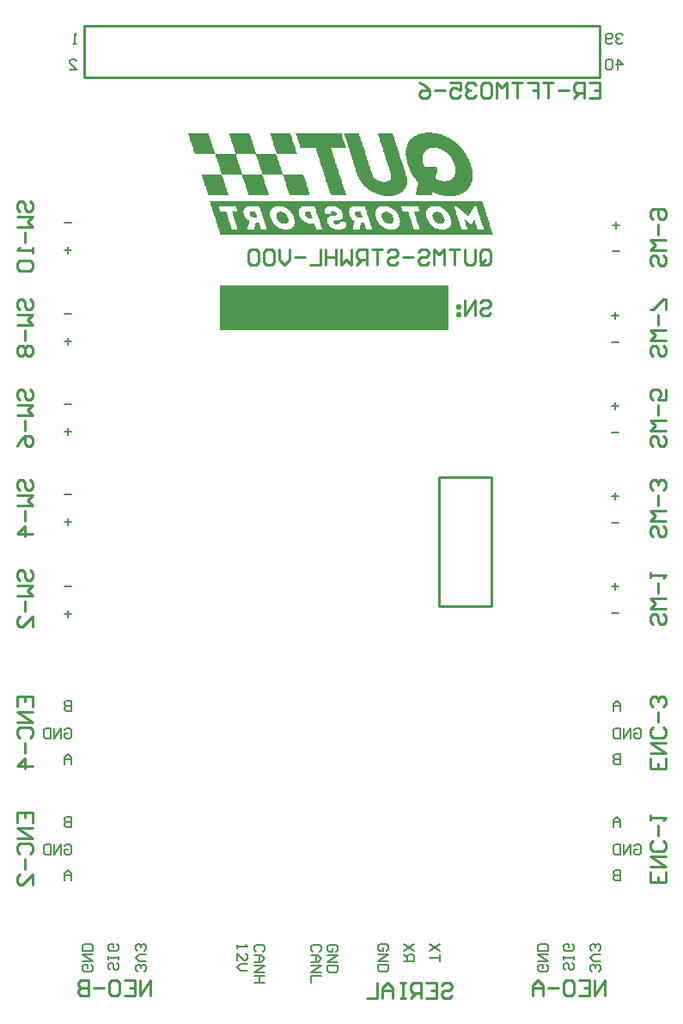
<source format=gbo>
G04*
G04 #@! TF.GenerationSoftware,Altium Limited,Altium Designer,20.1.12 (249)*
G04*
G04 Layer_Color=32896*
%FSLAX25Y25*%
%MOIN*%
G70*
G04*
G04 #@! TF.SameCoordinates,2042196E-867F-4DAE-B54E-166F92C2B522*
G04*
G04*
G04 #@! TF.FilePolarity,Positive*
G04*
G01*
G75*
%ADD10C,0.01000*%
%ADD12C,0.00800*%
%ADD14C,0.00600*%
%ADD81R,0.88500X0.17500*%
G36*
X373865Y548662D02*
X373996D01*
Y548531D01*
Y548400D01*
Y548268D01*
X374127D01*
Y548137D01*
Y548006D01*
Y547874D01*
X374258D01*
Y547743D01*
Y547612D01*
X374390D01*
Y547481D01*
Y547349D01*
Y547218D01*
Y547087D01*
X374521D01*
Y546955D01*
X374390D01*
Y546824D01*
Y546693D01*
X374652D01*
Y546561D01*
Y546430D01*
Y546299D01*
Y546168D01*
Y546036D01*
X374784D01*
Y545905D01*
Y545774D01*
Y545643D01*
X374915D01*
Y545511D01*
Y545380D01*
Y545249D01*
X375046D01*
Y545117D01*
Y544986D01*
Y544855D01*
X375178D01*
Y544723D01*
Y544592D01*
X375309D01*
Y544461D01*
Y544330D01*
Y544198D01*
X375440D01*
Y544067D01*
Y543936D01*
Y543804D01*
X375571D01*
Y543673D01*
Y543542D01*
X375703D01*
Y543410D01*
Y543279D01*
Y543148D01*
X375834D01*
Y543016D01*
Y542885D01*
Y542754D01*
Y542623D01*
X375965D01*
Y542491D01*
Y542360D01*
Y542229D01*
Y542098D01*
Y541966D01*
X376228D01*
Y541835D01*
X376097D01*
Y541704D01*
Y541572D01*
X376228D01*
Y541441D01*
Y541310D01*
Y541178D01*
X376359D01*
Y541047D01*
Y540916D01*
X376490D01*
Y540785D01*
X368481D01*
Y540916D01*
Y541047D01*
Y541178D01*
Y541310D01*
Y541441D01*
X368350D01*
Y541572D01*
Y541704D01*
X368219D01*
Y541835D01*
Y541966D01*
Y542098D01*
X368088D01*
Y542229D01*
Y542360D01*
Y542491D01*
Y542623D01*
X367956D01*
Y542754D01*
Y542885D01*
X367825D01*
Y543016D01*
Y543148D01*
Y543279D01*
X367694D01*
Y543410D01*
Y543542D01*
Y543673D01*
X367562D01*
Y543804D01*
Y543936D01*
Y544067D01*
X367431D01*
Y544198D01*
Y544330D01*
X367300D01*
Y544461D01*
Y544592D01*
Y544723D01*
X367168D01*
Y544855D01*
Y544986D01*
Y545117D01*
Y545249D01*
Y545380D01*
X367037D01*
Y545511D01*
Y545643D01*
Y545774D01*
X366906D01*
Y545905D01*
Y546036D01*
Y546168D01*
X366775D01*
Y546299D01*
Y546430D01*
Y546561D01*
X366643D01*
Y546693D01*
Y546824D01*
X366512D01*
Y546955D01*
Y547087D01*
Y547218D01*
Y547349D01*
X366381D01*
Y547481D01*
Y547612D01*
Y547743D01*
X366249D01*
Y547874D01*
Y548006D01*
Y548137D01*
X366118D01*
Y548268D01*
Y548400D01*
X365987D01*
Y548531D01*
Y548662D01*
Y548794D01*
X373865D01*
Y548662D01*
D02*
G37*
G36*
X357978D02*
Y548531D01*
X358109D01*
Y548400D01*
Y548268D01*
Y548137D01*
X358240D01*
Y548006D01*
Y547874D01*
Y547743D01*
X358372D01*
Y547612D01*
Y547481D01*
X358503D01*
Y547349D01*
Y547218D01*
Y547087D01*
X358634D01*
Y546955D01*
Y546824D01*
Y546693D01*
Y546561D01*
X358766D01*
Y546430D01*
Y546299D01*
Y546168D01*
X358897D01*
Y546036D01*
Y545905D01*
X359028D01*
Y545774D01*
Y545643D01*
Y545511D01*
Y545380D01*
Y545249D01*
X359291D01*
Y545117D01*
Y544986D01*
X359159D01*
Y544855D01*
X359291D01*
Y544723D01*
Y544592D01*
Y544461D01*
X359422D01*
Y544330D01*
Y544198D01*
Y544067D01*
X359553D01*
Y543936D01*
Y543804D01*
Y543673D01*
X359684D01*
Y543542D01*
Y543410D01*
X359816D01*
Y543279D01*
Y543148D01*
Y543016D01*
X359947D01*
Y542885D01*
Y542754D01*
Y542623D01*
X360078D01*
Y542491D01*
Y542360D01*
X360210D01*
Y542229D01*
Y542098D01*
Y541966D01*
Y541835D01*
Y541704D01*
Y541572D01*
Y541441D01*
X360472D01*
Y541310D01*
X360341D01*
Y541178D01*
X360472D01*
Y541047D01*
Y540916D01*
Y540785D01*
X368350D01*
Y540653D01*
Y540522D01*
X368481D01*
Y540391D01*
Y540259D01*
Y540128D01*
X368613D01*
Y539997D01*
Y539865D01*
X368744D01*
Y539734D01*
Y539603D01*
Y539471D01*
X368875D01*
Y539340D01*
Y539209D01*
Y539078D01*
X369007D01*
Y538946D01*
Y538815D01*
Y538684D01*
X369138D01*
Y538553D01*
Y538421D01*
Y538290D01*
X369269D01*
Y538159D01*
Y538027D01*
Y537896D01*
X369401D01*
Y537765D01*
Y537633D01*
Y537502D01*
Y537371D01*
Y537240D01*
X369532D01*
Y537108D01*
X369663D01*
Y536977D01*
X369532D01*
Y536846D01*
X369663D01*
Y536714D01*
Y536583D01*
Y536452D01*
X369794D01*
Y536320D01*
Y536189D01*
Y536058D01*
X369926D01*
Y535926D01*
Y535795D01*
X370057D01*
Y535664D01*
Y535533D01*
Y535401D01*
X370188D01*
Y535270D01*
Y535139D01*
Y535007D01*
X370320D01*
Y534876D01*
Y534745D01*
Y534614D01*
X370451D01*
Y534482D01*
Y534351D01*
X370582D01*
Y534220D01*
Y534088D01*
Y533957D01*
Y533826D01*
Y533695D01*
Y533563D01*
X370845D01*
Y533432D01*
X370713D01*
Y533301D01*
Y533169D01*
X370845D01*
Y533038D01*
Y532907D01*
X362967D01*
Y533038D01*
Y533169D01*
Y533301D01*
Y533432D01*
X362836D01*
Y533563D01*
Y533695D01*
X362704D01*
Y533826D01*
Y533957D01*
Y534088D01*
X362573D01*
Y534220D01*
Y534351D01*
Y534482D01*
X362442D01*
Y534614D01*
Y534745D01*
Y534876D01*
X362311D01*
Y535007D01*
Y535139D01*
Y535270D01*
X362179D01*
Y535401D01*
Y535533D01*
X362048D01*
Y535664D01*
X362179D01*
Y535795D01*
Y535926D01*
X361917D01*
Y536058D01*
Y536189D01*
Y536320D01*
Y536452D01*
Y536583D01*
X361785D01*
Y536714D01*
Y536846D01*
Y536977D01*
X361654D01*
Y537108D01*
Y537240D01*
Y537371D01*
X361523D01*
Y537502D01*
Y537633D01*
Y537765D01*
X361391D01*
Y537896D01*
Y538027D01*
Y538159D01*
X361260D01*
Y538290D01*
Y538421D01*
Y538553D01*
X361129D01*
Y538684D01*
Y538815D01*
Y538946D01*
X360998D01*
Y539078D01*
Y539209D01*
X360866D01*
Y539340D01*
Y539471D01*
Y539603D01*
X360735D01*
Y539734D01*
Y539865D01*
Y539997D01*
X360604D01*
Y540128D01*
Y540259D01*
Y540391D01*
Y540522D01*
Y540653D01*
X360341D01*
Y540785D01*
X352726D01*
Y540653D01*
Y540522D01*
Y540391D01*
Y540259D01*
Y540128D01*
X352857D01*
Y539997D01*
Y539865D01*
X352988D01*
Y539734D01*
Y539603D01*
Y539471D01*
X353120D01*
Y539340D01*
Y539209D01*
Y539078D01*
X353251D01*
Y538946D01*
Y538815D01*
Y538684D01*
X353382D01*
Y538553D01*
Y538421D01*
Y538290D01*
X353514D01*
Y538159D01*
Y538027D01*
X353645D01*
Y537896D01*
Y537765D01*
Y537633D01*
X353776D01*
Y537502D01*
X353645D01*
Y537371D01*
X353907D01*
Y537240D01*
Y537108D01*
Y536977D01*
Y536846D01*
Y536714D01*
Y536583D01*
Y536452D01*
X354039D01*
Y536320D01*
Y536189D01*
Y536058D01*
X354170D01*
Y535926D01*
Y535795D01*
X354301D01*
Y535664D01*
Y535533D01*
Y535401D01*
X354433D01*
Y535270D01*
Y535139D01*
Y535007D01*
X354564D01*
Y534876D01*
Y534745D01*
Y534614D01*
X354695D01*
Y534482D01*
Y534351D01*
X354827D01*
Y534220D01*
Y534088D01*
Y533957D01*
X354958D01*
Y533826D01*
Y533695D01*
Y533563D01*
X355089D01*
Y533432D01*
Y533301D01*
X355220D01*
Y533169D01*
Y533038D01*
Y532907D01*
X362967D01*
Y532775D01*
Y532644D01*
Y532513D01*
X363098D01*
Y532381D01*
Y532250D01*
Y532119D01*
X363229D01*
Y531988D01*
Y531856D01*
X363361D01*
Y531725D01*
Y531594D01*
Y531462D01*
X363492D01*
Y531331D01*
Y531200D01*
Y531069D01*
X363623D01*
Y530937D01*
Y530806D01*
X363755D01*
Y530675D01*
Y530543D01*
Y530412D01*
X363886D01*
Y530281D01*
Y530150D01*
Y530018D01*
X364017D01*
Y529887D01*
Y529756D01*
Y529624D01*
X364149D01*
Y529493D01*
X364017D01*
Y529362D01*
X364149D01*
Y529230D01*
X364280D01*
Y529099D01*
Y528968D01*
Y528836D01*
Y528705D01*
Y528574D01*
X364411D01*
Y528443D01*
Y528311D01*
Y528180D01*
Y528049D01*
X364543D01*
Y527917D01*
Y527786D01*
X364674D01*
Y527655D01*
Y527524D01*
Y527392D01*
X364805D01*
Y527261D01*
Y527130D01*
Y526998D01*
X364936D01*
Y526867D01*
Y526736D01*
X365068D01*
Y526605D01*
Y526473D01*
Y526342D01*
X365199D01*
Y526211D01*
Y526079D01*
Y525948D01*
X365330D01*
Y525817D01*
Y525685D01*
Y525554D01*
X365462D01*
Y525423D01*
Y525291D01*
X365593D01*
Y525160D01*
Y525029D01*
Y524898D01*
X357715D01*
Y525029D01*
X357584D01*
Y525160D01*
Y525291D01*
Y525423D01*
X357453D01*
Y525554D01*
Y525685D01*
Y525817D01*
X357321D01*
Y525948D01*
Y526079D01*
X357190D01*
Y526211D01*
Y526342D01*
Y526473D01*
X357059D01*
Y526605D01*
Y526736D01*
Y526867D01*
X356927D01*
Y526998D01*
Y527130D01*
X356796D01*
Y527261D01*
Y527392D01*
Y527524D01*
Y527655D01*
Y527786D01*
Y527917D01*
X356533D01*
Y528049D01*
X356665D01*
Y528180D01*
Y528311D01*
X356533D01*
Y528443D01*
Y528574D01*
Y528705D01*
X356402D01*
Y528836D01*
Y528968D01*
Y529099D01*
X356271D01*
Y529230D01*
Y529362D01*
Y529493D01*
X356139D01*
Y529624D01*
Y529756D01*
Y529887D01*
X356008D01*
Y530018D01*
Y530150D01*
X355877D01*
Y530281D01*
Y530412D01*
Y530543D01*
X355746D01*
Y530675D01*
Y530806D01*
Y530937D01*
X355614D01*
Y531069D01*
Y531200D01*
Y531331D01*
Y531462D01*
Y531594D01*
X355352D01*
Y531725D01*
X355483D01*
Y531856D01*
Y531988D01*
X355352D01*
Y532119D01*
Y532250D01*
Y532381D01*
X355220D01*
Y532513D01*
Y532644D01*
X355089D01*
Y532775D01*
Y532907D01*
X347343D01*
Y532775D01*
Y532644D01*
Y532513D01*
Y532381D01*
Y532250D01*
X347605D01*
Y532119D01*
X347474D01*
Y531988D01*
Y531856D01*
X347605D01*
Y531725D01*
Y531594D01*
Y531462D01*
X347737D01*
Y531331D01*
Y531200D01*
Y531069D01*
X347868D01*
Y530937D01*
Y530806D01*
X347999D01*
Y530675D01*
Y530543D01*
Y530412D01*
X348130D01*
Y530281D01*
Y530150D01*
Y530018D01*
X348262D01*
Y529887D01*
Y529756D01*
Y529624D01*
X348393D01*
Y529493D01*
Y529362D01*
Y529230D01*
X348524D01*
Y529099D01*
Y528968D01*
X348656D01*
Y528836D01*
Y528705D01*
Y528574D01*
X348787D01*
Y528443D01*
X348656D01*
Y528311D01*
Y528180D01*
X348918D01*
Y528049D01*
X348787D01*
Y527917D01*
X348918D01*
Y527786D01*
Y527655D01*
Y527524D01*
X349049D01*
Y527392D01*
Y527261D01*
Y527130D01*
Y526998D01*
X349181D01*
Y526867D01*
Y526736D01*
X349312D01*
Y526605D01*
Y526473D01*
Y526342D01*
X349443D01*
Y526211D01*
Y526079D01*
Y525948D01*
X349575D01*
Y525817D01*
Y525685D01*
Y525554D01*
X349706D01*
Y525423D01*
Y525291D01*
X349837D01*
Y525160D01*
Y525029D01*
Y524898D01*
X341960D01*
Y525029D01*
X341828D01*
Y525160D01*
Y525291D01*
Y525423D01*
X341697D01*
Y525554D01*
Y525685D01*
Y525817D01*
X341566D01*
Y525948D01*
Y526079D01*
X341434D01*
Y526211D01*
Y526342D01*
Y526473D01*
X341303D01*
Y526605D01*
X341434D01*
Y526736D01*
Y526867D01*
X341172D01*
Y526998D01*
Y527130D01*
Y527261D01*
Y527392D01*
Y527524D01*
Y527655D01*
X341040D01*
Y527786D01*
Y527917D01*
Y528049D01*
X340909D01*
Y528180D01*
Y528311D01*
X340778D01*
Y528443D01*
Y528574D01*
Y528705D01*
X340647D01*
Y528836D01*
Y528968D01*
Y529099D01*
X340515D01*
Y529230D01*
Y529362D01*
Y529493D01*
X340384D01*
Y529624D01*
Y529756D01*
Y529887D01*
X340253D01*
Y530018D01*
Y530150D01*
X340121D01*
Y530281D01*
Y530412D01*
Y530543D01*
X339990D01*
Y530675D01*
X340121D01*
Y530806D01*
X339990D01*
Y530937D01*
X339859D01*
Y531069D01*
Y531200D01*
Y531331D01*
Y531462D01*
Y531594D01*
X339596D01*
Y531725D01*
X339727D01*
Y531856D01*
Y531988D01*
Y532119D01*
X339596D01*
Y532250D01*
Y532381D01*
X339465D01*
Y532513D01*
Y532644D01*
Y532775D01*
X339334D01*
Y532907D01*
X347211D01*
Y533038D01*
Y533169D01*
Y533301D01*
Y533432D01*
X347080D01*
Y533563D01*
Y533695D01*
X346949D01*
Y533826D01*
Y533957D01*
Y534088D01*
X346817D01*
Y534220D01*
Y534351D01*
Y534482D01*
X346686D01*
Y534614D01*
Y534745D01*
Y534876D01*
X346555D01*
Y535007D01*
Y535139D01*
Y535270D01*
X346424D01*
Y535401D01*
Y535533D01*
Y535664D01*
Y535795D01*
Y535926D01*
X346161D01*
Y536058D01*
X346292D01*
Y536189D01*
X346161D01*
Y536320D01*
Y536452D01*
Y536583D01*
X346030D01*
Y536714D01*
Y536846D01*
Y536977D01*
Y537108D01*
X345898D01*
Y537240D01*
Y537371D01*
Y537502D01*
X345767D01*
Y537633D01*
Y537765D01*
X345636D01*
Y537896D01*
Y538027D01*
Y538159D01*
X345504D01*
Y538290D01*
Y538421D01*
Y538553D01*
X345373D01*
Y538684D01*
Y538815D01*
Y538946D01*
X345242D01*
Y539078D01*
Y539209D01*
Y539340D01*
Y539471D01*
Y539603D01*
X344979D01*
Y539734D01*
X345111D01*
Y539865D01*
Y539997D01*
X344979D01*
Y540128D01*
Y540259D01*
X344848D01*
Y540391D01*
Y540522D01*
Y540653D01*
X344717D01*
Y540785D01*
X336708D01*
Y540916D01*
Y541047D01*
Y541178D01*
X336576D01*
Y541310D01*
Y541441D01*
Y541572D01*
X336445D01*
Y541704D01*
Y541835D01*
Y541966D01*
X336314D01*
Y542098D01*
Y542229D01*
Y542360D01*
X336182D01*
Y542491D01*
Y542623D01*
Y542754D01*
X336051D01*
Y542885D01*
Y543016D01*
Y543148D01*
Y543279D01*
Y543410D01*
X335789D01*
Y543542D01*
X335920D01*
Y543673D01*
Y543804D01*
X335789D01*
Y543936D01*
Y544067D01*
X335657D01*
Y544198D01*
Y544330D01*
Y544461D01*
X335526D01*
Y544592D01*
Y544723D01*
Y544855D01*
X335395D01*
Y544986D01*
Y545117D01*
Y545249D01*
X335263D01*
Y545380D01*
Y545511D01*
Y545643D01*
X335132D01*
Y545774D01*
Y545905D01*
X335001D01*
Y546036D01*
Y546168D01*
Y546299D01*
Y546430D01*
X334870D01*
Y546561D01*
Y546693D01*
Y546824D01*
Y546955D01*
Y547087D01*
X334607D01*
Y547218D01*
X334738D01*
Y547349D01*
Y547481D01*
X334607D01*
Y547612D01*
Y547743D01*
Y547874D01*
X334476D01*
Y548006D01*
Y548137D01*
X334344D01*
Y548268D01*
Y548400D01*
Y548531D01*
X334213D01*
Y548662D01*
Y548794D01*
X342222D01*
Y548662D01*
Y548531D01*
Y548400D01*
X342353D01*
Y548268D01*
Y548137D01*
Y548006D01*
Y547874D01*
Y547743D01*
X342485D01*
Y547612D01*
Y547481D01*
Y547349D01*
X342616D01*
Y547218D01*
Y547087D01*
Y546955D01*
X342747D01*
Y546824D01*
Y546693D01*
Y546561D01*
X342879D01*
Y546430D01*
Y546299D01*
Y546168D01*
X343010D01*
Y546036D01*
Y545905D01*
Y545774D01*
X343141D01*
Y545643D01*
Y545511D01*
Y545380D01*
X343272D01*
Y545249D01*
Y545117D01*
Y544986D01*
Y544855D01*
Y544723D01*
X343535D01*
Y544592D01*
Y544461D01*
Y544330D01*
Y544198D01*
Y544067D01*
Y543936D01*
X343666D01*
Y543804D01*
Y543673D01*
X343798D01*
Y543542D01*
Y543410D01*
Y543279D01*
X343929D01*
Y543148D01*
Y543016D01*
Y542885D01*
X344060D01*
Y542754D01*
Y542623D01*
Y542491D01*
X344192D01*
Y542360D01*
Y542229D01*
X344323D01*
Y542098D01*
Y541966D01*
Y541835D01*
X344454D01*
Y541704D01*
Y541572D01*
Y541441D01*
Y541310D01*
X344585D01*
Y541178D01*
Y541047D01*
X344717D01*
Y540916D01*
Y540785D01*
X352594D01*
Y540916D01*
Y541047D01*
Y541178D01*
Y541310D01*
X352463D01*
Y541441D01*
Y541572D01*
X352332D01*
Y541704D01*
Y541835D01*
Y541966D01*
Y542098D01*
X352201D01*
Y542229D01*
Y542360D01*
Y542491D01*
X352069D01*
Y542623D01*
Y542754D01*
X351938D01*
Y542885D01*
Y543016D01*
Y543148D01*
X351807D01*
Y543279D01*
Y543410D01*
Y543542D01*
X351676D01*
Y543673D01*
X351807D01*
Y543804D01*
Y543936D01*
X351544D01*
Y544067D01*
Y544198D01*
Y544330D01*
Y544461D01*
Y544592D01*
X351413D01*
Y544723D01*
Y544855D01*
Y544986D01*
X351282D01*
Y545117D01*
Y545249D01*
Y545380D01*
X351150D01*
Y545511D01*
Y545643D01*
X351019D01*
Y545774D01*
Y545905D01*
Y546036D01*
X350888D01*
Y546168D01*
Y546299D01*
Y546430D01*
X350756D01*
Y546561D01*
Y546693D01*
Y546824D01*
X350625D01*
Y546955D01*
Y547087D01*
Y547218D01*
X350494D01*
Y547349D01*
Y547481D01*
Y547612D01*
X350362D01*
Y547743D01*
Y547874D01*
Y548006D01*
X350231D01*
Y548137D01*
Y548268D01*
Y548400D01*
Y548531D01*
Y548662D01*
X350100D01*
Y548794D01*
X357978D01*
Y548662D01*
D02*
G37*
G36*
X413647D02*
Y548531D01*
Y548400D01*
Y548268D01*
Y548137D01*
X413779D01*
Y548006D01*
Y547874D01*
Y547743D01*
X413910D01*
Y547612D01*
Y547481D01*
X414041D01*
Y547349D01*
Y547218D01*
Y547087D01*
Y546955D01*
X414173D01*
Y546824D01*
Y546693D01*
Y546561D01*
X414304D01*
Y546430D01*
Y546299D01*
Y546168D01*
X414435D01*
Y546036D01*
Y545905D01*
X414567D01*
Y545774D01*
Y545643D01*
Y545511D01*
Y545380D01*
Y545249D01*
X414829D01*
Y545117D01*
X414698D01*
Y544986D01*
Y544855D01*
X414829D01*
Y544723D01*
Y544592D01*
Y544461D01*
X414960D01*
Y544330D01*
Y544198D01*
Y544067D01*
X415092D01*
Y543936D01*
Y543804D01*
Y543673D01*
X415223D01*
Y543542D01*
Y543410D01*
X415354D01*
Y543279D01*
Y543148D01*
Y543016D01*
X415485D01*
Y542885D01*
Y542754D01*
Y542623D01*
X415617D01*
Y542491D01*
Y542360D01*
Y542229D01*
X415748D01*
Y542098D01*
Y541966D01*
Y541835D01*
X415879D01*
Y541704D01*
Y541572D01*
Y541441D01*
X416011D01*
Y541310D01*
X415879D01*
Y541178D01*
X416142D01*
Y541047D01*
Y540916D01*
Y540785D01*
Y540653D01*
Y540522D01*
Y540391D01*
X416273D01*
Y540259D01*
Y540128D01*
Y539997D01*
X416405D01*
Y539865D01*
Y539734D01*
X416536D01*
Y539603D01*
Y539471D01*
Y539340D01*
X416667D01*
Y539209D01*
Y539078D01*
Y538946D01*
X416798D01*
Y538815D01*
Y538684D01*
Y538553D01*
X416930D01*
Y538421D01*
Y538290D01*
X417061D01*
Y538159D01*
Y538027D01*
Y537896D01*
X417192D01*
Y537765D01*
Y537633D01*
Y537502D01*
Y537371D01*
X417324D01*
Y537240D01*
Y537108D01*
X417455D01*
Y536977D01*
Y536846D01*
Y536714D01*
Y536583D01*
Y536452D01*
Y536320D01*
X417718D01*
Y536189D01*
X417586D01*
Y536058D01*
X417718D01*
Y535926D01*
Y535795D01*
Y535664D01*
X417849D01*
Y535533D01*
Y535401D01*
Y535270D01*
X417980D01*
Y535139D01*
Y535007D01*
Y534876D01*
X418112D01*
Y534745D01*
Y534614D01*
X418243D01*
Y534482D01*
Y534351D01*
Y534220D01*
X418374D01*
Y534088D01*
Y533957D01*
Y533826D01*
X418505D01*
Y533695D01*
X418374D01*
Y533563D01*
X418505D01*
Y533432D01*
X418637D01*
Y533301D01*
Y533169D01*
Y533038D01*
Y532907D01*
Y532775D01*
Y532644D01*
X418768D01*
Y532513D01*
Y532381D01*
Y532250D01*
X418899D01*
Y532119D01*
Y531988D01*
Y531856D01*
Y531725D01*
X419031D01*
Y531594D01*
Y531462D01*
Y531331D01*
Y531200D01*
Y531069D01*
Y530937D01*
X419162D01*
Y530806D01*
Y530675D01*
Y530543D01*
Y530412D01*
Y530281D01*
Y530150D01*
Y530018D01*
Y529887D01*
Y529756D01*
Y529624D01*
X419031D01*
Y529493D01*
Y529362D01*
Y529230D01*
Y529099D01*
Y528968D01*
X418899D01*
Y528836D01*
Y528705D01*
Y528574D01*
X418768D01*
Y528443D01*
Y528311D01*
X418637D01*
Y528180D01*
Y528049D01*
Y527917D01*
Y527786D01*
X418374D01*
Y527655D01*
X418505D01*
Y527524D01*
X418374D01*
Y527392D01*
Y527261D01*
X418243D01*
Y527130D01*
X417980D01*
Y526998D01*
Y526867D01*
X417849D01*
Y526736D01*
X417718D01*
Y526605D01*
Y526473D01*
X417586D01*
Y526342D01*
X417455D01*
Y526211D01*
X417192D01*
Y526079D01*
X417061D01*
Y525948D01*
X416930D01*
Y525817D01*
X416536D01*
Y525685D01*
X416405D01*
Y525554D01*
X416142D01*
Y525423D01*
X415879D01*
Y525291D01*
X415617D01*
Y525160D01*
X415223D01*
Y525029D01*
X414829D01*
Y524898D01*
X414435D01*
Y524766D01*
X413910D01*
Y524635D01*
X409971D01*
Y524766D01*
X409315D01*
Y524898D01*
X408658D01*
Y525029D01*
X408395D01*
Y525160D01*
X408002D01*
Y525291D01*
X407608D01*
Y525423D01*
X407214D01*
Y525554D01*
X406820D01*
Y525685D01*
X406689D01*
Y525817D01*
X406164D01*
Y525948D01*
X405901D01*
Y526079D01*
X405638D01*
Y526211D01*
X405507D01*
Y526342D01*
X405244D01*
Y526473D01*
X404982D01*
Y526605D01*
X404850D01*
Y526736D01*
X404588D01*
Y526867D01*
X404457D01*
Y526998D01*
X404325D01*
Y527130D01*
X403931D01*
Y527261D01*
X403800D01*
Y527392D01*
X403669D01*
Y527524D01*
X403406D01*
Y527655D01*
Y527786D01*
X403144D01*
Y527917D01*
Y528049D01*
X402881D01*
Y528180D01*
Y528311D01*
X402619D01*
Y528443D01*
X402487D01*
Y528574D01*
Y528705D01*
X402225D01*
Y528836D01*
X402093D01*
Y528968D01*
Y529099D01*
X401831D01*
Y529230D01*
Y529362D01*
X401699D01*
Y529493D01*
Y529624D01*
X401437D01*
Y529756D01*
Y529887D01*
X401305D01*
Y530018D01*
X401174D01*
Y530150D01*
X401043D01*
Y530281D01*
Y530412D01*
X400912D01*
Y530543D01*
Y530675D01*
Y530806D01*
X400780D01*
Y530937D01*
X400649D01*
Y531069D01*
Y531200D01*
X400518D01*
Y531331D01*
Y531462D01*
X400386D01*
Y531594D01*
Y531725D01*
X400255D01*
Y531856D01*
Y531988D01*
X400124D01*
Y532119D01*
X399993D01*
Y532250D01*
Y532381D01*
Y532513D01*
X399861D01*
Y532644D01*
Y532775D01*
Y532907D01*
X399730D01*
Y533038D01*
Y533169D01*
Y533301D01*
X399599D01*
Y533432D01*
Y533563D01*
Y533695D01*
Y533826D01*
Y533957D01*
X399336D01*
Y534088D01*
X399467D01*
Y534220D01*
Y534351D01*
X399336D01*
Y534482D01*
Y534614D01*
Y534745D01*
Y534876D01*
X399205D01*
Y535007D01*
Y535139D01*
X399074D01*
Y535270D01*
Y535401D01*
Y535533D01*
X398942D01*
Y535664D01*
Y535795D01*
Y535926D01*
X398811D01*
Y536058D01*
Y536189D01*
X398680D01*
Y536320D01*
Y536452D01*
Y536583D01*
X398548D01*
Y536714D01*
Y536846D01*
Y536977D01*
X398417D01*
Y537108D01*
Y537240D01*
Y537371D01*
X398286D01*
Y537502D01*
Y537633D01*
Y537765D01*
Y537896D01*
Y538027D01*
X398023D01*
Y538159D01*
X398154D01*
Y538290D01*
Y538421D01*
X398023D01*
Y538553D01*
Y538684D01*
X397892D01*
Y538815D01*
Y538946D01*
Y539078D01*
X397761D01*
Y539209D01*
Y539340D01*
Y539471D01*
Y539603D01*
X397629D01*
Y539734D01*
Y539865D01*
Y539997D01*
X397498D01*
Y540128D01*
Y540259D01*
X397367D01*
Y540391D01*
Y540522D01*
Y540653D01*
X397235D01*
Y540785D01*
Y540916D01*
Y541047D01*
X397104D01*
Y541178D01*
Y541310D01*
Y541441D01*
Y541572D01*
Y541704D01*
X396973D01*
Y541835D01*
Y541966D01*
Y542098D01*
X396841D01*
Y542229D01*
Y542360D01*
Y542491D01*
X396710D01*
Y542623D01*
Y542754D01*
X396579D01*
Y542885D01*
Y543016D01*
Y543148D01*
X396448D01*
Y543279D01*
Y543410D01*
Y543542D01*
X396316D01*
Y543673D01*
Y543804D01*
Y543936D01*
X396185D01*
Y544067D01*
Y544198D01*
Y544330D01*
X396054D01*
Y544461D01*
Y544592D01*
Y544723D01*
X395922D01*
Y544855D01*
Y544986D01*
Y545117D01*
X395791D01*
Y545249D01*
Y545380D01*
Y545511D01*
Y545643D01*
Y545774D01*
X395529D01*
Y545905D01*
Y546036D01*
Y546168D01*
Y546299D01*
Y546430D01*
Y546561D01*
X395397D01*
Y546693D01*
Y546824D01*
X395266D01*
Y546955D01*
Y547087D01*
Y547218D01*
X395135D01*
Y547349D01*
Y547481D01*
Y547612D01*
X395003D01*
Y547743D01*
Y547874D01*
Y548006D01*
X394872D01*
Y548137D01*
Y548268D01*
X394741D01*
Y548400D01*
Y548531D01*
Y548662D01*
X394609D01*
Y548794D01*
X400386D01*
Y548662D01*
X400649D01*
Y548531D01*
X400518D01*
Y548400D01*
Y548268D01*
X400780D01*
Y548137D01*
X400649D01*
Y548006D01*
X400780D01*
Y547874D01*
Y547743D01*
Y547612D01*
X400912D01*
Y547481D01*
Y547349D01*
Y547218D01*
X401043D01*
Y547087D01*
Y546955D01*
Y546824D01*
X401174D01*
Y546693D01*
Y546561D01*
Y546430D01*
X401305D01*
Y546299D01*
Y546168D01*
Y546036D01*
X401437D01*
Y545905D01*
Y545774D01*
Y545643D01*
X401568D01*
Y545511D01*
Y545380D01*
Y545249D01*
X401699D01*
Y545117D01*
Y544986D01*
Y544855D01*
Y544723D01*
Y544592D01*
X401962D01*
Y544461D01*
X401831D01*
Y544330D01*
Y544198D01*
X401962D01*
Y544067D01*
Y543936D01*
Y543804D01*
X402093D01*
Y543673D01*
Y543542D01*
X402225D01*
Y543410D01*
Y543279D01*
Y543148D01*
X402356D01*
Y543016D01*
Y542885D01*
Y542754D01*
X402487D01*
Y542623D01*
Y542491D01*
Y542360D01*
X402619D01*
Y542229D01*
Y542098D01*
X402750D01*
Y541966D01*
Y541835D01*
Y541704D01*
Y541572D01*
X402881D01*
Y541441D01*
Y541310D01*
Y541178D01*
X403012D01*
Y541047D01*
Y540916D01*
X403144D01*
Y540785D01*
X403012D01*
Y540653D01*
Y540522D01*
X403275D01*
Y540391D01*
Y540259D01*
Y540128D01*
Y539997D01*
Y539865D01*
X403406D01*
Y539734D01*
Y539603D01*
Y539471D01*
X403538D01*
Y539340D01*
Y539209D01*
Y539078D01*
X403669D01*
Y538946D01*
Y538815D01*
Y538684D01*
X403800D01*
Y538553D01*
Y538421D01*
Y538290D01*
X403931D01*
Y538159D01*
Y538027D01*
X404063D01*
Y537896D01*
Y537765D01*
Y537633D01*
X404194D01*
Y537502D01*
Y537371D01*
Y537240D01*
Y537108D01*
Y536977D01*
Y536846D01*
X404457D01*
Y536714D01*
X404325D01*
Y536583D01*
Y536452D01*
X404457D01*
Y536320D01*
Y536189D01*
Y536058D01*
X404588D01*
Y535926D01*
Y535795D01*
X404719D01*
Y535664D01*
Y535533D01*
Y535401D01*
X404850D01*
Y535270D01*
Y535139D01*
Y535007D01*
X404982D01*
Y534876D01*
Y534745D01*
Y534614D01*
X405113D01*
Y534482D01*
Y534351D01*
X405244D01*
Y534220D01*
Y534088D01*
Y533957D01*
X405376D01*
Y533826D01*
Y533695D01*
Y533563D01*
X405507D01*
Y533432D01*
Y533301D01*
X405638D01*
Y533169D01*
X405507D01*
Y533038D01*
Y532907D01*
X405770D01*
Y532775D01*
Y532644D01*
Y532513D01*
Y532381D01*
Y532250D01*
X405901D01*
Y532119D01*
Y531988D01*
X406164D01*
Y531856D01*
X406295D01*
Y531725D01*
Y531594D01*
X406426D01*
Y531462D01*
X406557D01*
Y531331D01*
X406689D01*
Y531200D01*
X406951D01*
Y531069D01*
X407083D01*
Y530937D01*
X407214D01*
Y530806D01*
X407608D01*
Y530675D01*
X407739D01*
Y530543D01*
X408133D01*
Y530412D01*
X408527D01*
Y530281D01*
X408789D01*
Y530150D01*
X409446D01*
Y530018D01*
X410890D01*
Y530150D01*
X411415D01*
Y530281D01*
X411809D01*
Y530412D01*
X412072D01*
Y530543D01*
X412334D01*
Y530675D01*
X412466D01*
Y530806D01*
X412597D01*
Y530937D01*
X412728D01*
Y531069D01*
Y531200D01*
X412860D01*
Y531331D01*
Y531462D01*
X412991D01*
Y531594D01*
Y531725D01*
Y531856D01*
Y531988D01*
Y532119D01*
Y532250D01*
Y532381D01*
Y532513D01*
Y532644D01*
Y532775D01*
X412860D01*
Y532907D01*
Y533038D01*
Y533169D01*
X412728D01*
Y533301D01*
Y533432D01*
Y533563D01*
X412597D01*
Y533695D01*
Y533826D01*
X412466D01*
Y533957D01*
Y534088D01*
Y534220D01*
Y534351D01*
Y534482D01*
Y534614D01*
X412334D01*
Y534745D01*
Y534876D01*
Y535007D01*
X412203D01*
Y535139D01*
Y535270D01*
Y535401D01*
X412072D01*
Y535533D01*
Y535664D01*
Y535795D01*
X411940D01*
Y535926D01*
Y536058D01*
Y536189D01*
X411809D01*
Y536320D01*
Y536452D01*
X411678D01*
Y536583D01*
Y536714D01*
Y536846D01*
X411547D01*
Y536977D01*
Y537108D01*
Y537240D01*
X411415D01*
Y537371D01*
X411547D01*
Y537502D01*
X411284D01*
Y537633D01*
Y537765D01*
Y537896D01*
Y538027D01*
Y538159D01*
Y538290D01*
X411153D01*
Y538421D01*
Y538553D01*
Y538684D01*
X410890D01*
Y538815D01*
X411022D01*
Y538946D01*
X410890D01*
Y539078D01*
Y539209D01*
Y539340D01*
X410759D01*
Y539471D01*
Y539603D01*
Y539734D01*
X410628D01*
Y539865D01*
Y539997D01*
Y540128D01*
Y540259D01*
X410496D01*
Y540391D01*
Y540522D01*
X410365D01*
Y540653D01*
Y540785D01*
Y540916D01*
X410234D01*
Y541047D01*
Y541178D01*
Y541310D01*
X410102D01*
Y541441D01*
Y541572D01*
X409971D01*
Y541704D01*
Y541835D01*
Y541966D01*
Y542098D01*
Y542229D01*
Y542360D01*
X409708D01*
Y542491D01*
X409840D01*
Y542623D01*
Y542754D01*
X409708D01*
Y542885D01*
Y543016D01*
Y543148D01*
X409577D01*
Y543279D01*
Y543410D01*
X409446D01*
Y543542D01*
Y543673D01*
Y543804D01*
X409315D01*
Y543936D01*
Y544067D01*
X409183D01*
Y544198D01*
Y544330D01*
Y544461D01*
X409052D01*
Y544592D01*
Y544723D01*
Y544855D01*
Y544986D01*
X408921D01*
Y545117D01*
Y545249D01*
Y545380D01*
X408789D01*
Y545511D01*
Y545643D01*
X408658D01*
Y545774D01*
Y545905D01*
Y546036D01*
Y546168D01*
Y546299D01*
Y546430D01*
X408395D01*
Y546561D01*
X408527D01*
Y546693D01*
X408395D01*
Y546824D01*
Y546955D01*
Y547087D01*
X408264D01*
Y547218D01*
Y547349D01*
Y547481D01*
X408133D01*
Y547612D01*
Y547743D01*
Y547874D01*
X408002D01*
Y548006D01*
Y548137D01*
X407870D01*
Y548268D01*
Y548400D01*
Y548531D01*
X407739D01*
Y548662D01*
Y548794D01*
X413647D01*
Y548662D01*
D02*
G37*
G36*
X393690D02*
Y548531D01*
X393822D01*
Y548400D01*
Y548268D01*
Y548137D01*
Y548006D01*
Y547874D01*
Y547743D01*
X394084D01*
Y547612D01*
X393953D01*
Y547481D01*
Y547349D01*
X394084D01*
Y547218D01*
Y547087D01*
Y546955D01*
X394215D01*
Y546824D01*
Y546693D01*
Y546561D01*
X394347D01*
Y546430D01*
Y546299D01*
X394478D01*
Y546168D01*
Y546036D01*
Y545905D01*
X394609D01*
Y545774D01*
Y545643D01*
Y545511D01*
X394741D01*
Y545380D01*
Y545249D01*
X394872D01*
Y545117D01*
Y544986D01*
Y544855D01*
X395003D01*
Y544723D01*
Y544592D01*
Y544461D01*
X395135D01*
Y544330D01*
Y544198D01*
Y544067D01*
X395266D01*
Y543936D01*
X395135D01*
Y543804D01*
Y543673D01*
X395397D01*
Y543542D01*
Y543410D01*
Y543279D01*
X389620D01*
Y543148D01*
Y543016D01*
Y542885D01*
X389751D01*
Y542754D01*
Y542623D01*
Y542491D01*
X389883D01*
Y542360D01*
Y542229D01*
X390014D01*
Y542098D01*
Y541966D01*
Y541835D01*
X390145D01*
Y541704D01*
Y541572D01*
Y541441D01*
Y541310D01*
Y541178D01*
X390408D01*
Y541047D01*
X390277D01*
Y540916D01*
Y540785D01*
X390408D01*
Y540653D01*
Y540522D01*
Y540391D01*
X390539D01*
Y540259D01*
Y540128D01*
Y539997D01*
Y539865D01*
X390670D01*
Y539734D01*
Y539603D01*
X390802D01*
Y539471D01*
Y539340D01*
Y539209D01*
X390933D01*
Y539078D01*
Y538946D01*
Y538815D01*
X391064D01*
Y538684D01*
Y538553D01*
X391196D01*
Y538421D01*
Y538290D01*
Y538159D01*
X391327D01*
Y538027D01*
Y537896D01*
Y537765D01*
Y537633D01*
Y537502D01*
Y537371D01*
X391590D01*
Y537240D01*
X391458D01*
Y537108D01*
X391590D01*
Y536977D01*
Y536846D01*
Y536714D01*
X391721D01*
Y536583D01*
Y536452D01*
Y536320D01*
X391852D01*
Y536189D01*
Y536058D01*
Y535926D01*
X391984D01*
Y535795D01*
Y535664D01*
X392115D01*
Y535533D01*
Y535401D01*
Y535270D01*
X392246D01*
Y535139D01*
Y535007D01*
Y534876D01*
Y534745D01*
X392377D01*
Y534614D01*
Y534482D01*
X392509D01*
Y534351D01*
Y534220D01*
Y534088D01*
X392640D01*
Y533957D01*
Y533826D01*
Y533695D01*
Y533563D01*
Y533432D01*
Y533301D01*
X392903D01*
Y533169D01*
Y533038D01*
Y532907D01*
Y532775D01*
Y532644D01*
X393034D01*
Y532513D01*
Y532381D01*
Y532250D01*
X393165D01*
Y532119D01*
Y531988D01*
X393296D01*
Y531856D01*
Y531725D01*
Y531594D01*
X393428D01*
Y531462D01*
Y531331D01*
Y531200D01*
X393559D01*
Y531069D01*
Y530937D01*
Y530806D01*
X393690D01*
Y530675D01*
Y530543D01*
X393822D01*
Y530412D01*
Y530281D01*
Y530150D01*
Y530018D01*
X393953D01*
Y529887D01*
X393822D01*
Y529756D01*
Y529624D01*
X394084D01*
Y529493D01*
X393953D01*
Y529362D01*
X394084D01*
Y529230D01*
Y529099D01*
Y528968D01*
X394215D01*
Y528836D01*
Y528705D01*
Y528574D01*
X394347D01*
Y528443D01*
Y528311D01*
Y528180D01*
X394478D01*
Y528049D01*
Y527917D01*
X394609D01*
Y527786D01*
Y527655D01*
Y527524D01*
X394741D01*
Y527392D01*
Y527261D01*
Y527130D01*
X394872D01*
Y526998D01*
Y526867D01*
Y526736D01*
X395003D01*
Y526605D01*
Y526473D01*
X395135D01*
Y526342D01*
Y526211D01*
Y526079D01*
X395266D01*
Y525948D01*
X395135D01*
Y525817D01*
Y525685D01*
X395397D01*
Y525554D01*
Y525423D01*
Y525291D01*
Y525160D01*
Y525029D01*
X395529D01*
Y524898D01*
X389489D01*
Y525029D01*
Y525160D01*
X389357D01*
Y525291D01*
Y525423D01*
Y525554D01*
X389226D01*
Y525685D01*
Y525817D01*
Y525948D01*
Y526079D01*
Y526211D01*
X388964D01*
Y526342D01*
X389095D01*
Y526473D01*
Y526605D01*
X388964D01*
Y526736D01*
Y526867D01*
Y526998D01*
X388832D01*
Y527130D01*
Y527261D01*
X388701D01*
Y527392D01*
Y527524D01*
Y527655D01*
X388570D01*
Y527786D01*
Y527917D01*
Y528049D01*
X388439D01*
Y528180D01*
Y528311D01*
Y528443D01*
X388307D01*
Y528574D01*
Y528705D01*
Y528836D01*
X388176D01*
Y528968D01*
Y529099D01*
Y529230D01*
X388045D01*
Y529362D01*
Y529493D01*
Y529624D01*
X387913D01*
Y529756D01*
Y529887D01*
Y530018D01*
Y530150D01*
Y530281D01*
X387651D01*
Y530412D01*
X387782D01*
Y530543D01*
Y530675D01*
X387651D01*
Y530806D01*
Y530937D01*
Y531069D01*
X387519D01*
Y531200D01*
Y531331D01*
X387388D01*
Y531462D01*
Y531594D01*
Y531725D01*
X387257D01*
Y531856D01*
Y531988D01*
Y532119D01*
X387125D01*
Y532250D01*
Y532381D01*
X386994D01*
Y532513D01*
Y532644D01*
Y532775D01*
Y532907D01*
X386863D01*
Y533038D01*
Y533169D01*
Y533301D01*
X386732D01*
Y533432D01*
Y533563D01*
Y533695D01*
Y533826D01*
Y533957D01*
X386469D01*
Y534088D01*
X386600D01*
Y534220D01*
Y534351D01*
X386469D01*
Y534482D01*
Y534614D01*
Y534745D01*
X386338D01*
Y534876D01*
Y535007D01*
X386206D01*
Y535139D01*
Y535270D01*
Y535401D01*
X386075D01*
Y535533D01*
Y535664D01*
Y535795D01*
X385944D01*
Y535926D01*
Y536058D01*
Y536189D01*
X385812D01*
Y536320D01*
Y536452D01*
X385681D01*
Y536583D01*
Y536714D01*
Y536846D01*
X385550D01*
Y536977D01*
Y537108D01*
Y537240D01*
X385419D01*
Y537371D01*
Y537502D01*
Y537633D01*
Y537765D01*
Y537896D01*
Y538027D01*
X385156D01*
Y538159D01*
Y538290D01*
Y538421D01*
Y538553D01*
Y538684D01*
X385025D01*
Y538815D01*
Y538946D01*
Y539078D01*
X384893D01*
Y539209D01*
Y539340D01*
Y539471D01*
X384762D01*
Y539603D01*
Y539734D01*
Y539865D01*
X384631D01*
Y539997D01*
Y540128D01*
Y540259D01*
X384500D01*
Y540391D01*
Y540522D01*
X384368D01*
Y540653D01*
Y540785D01*
Y540916D01*
X384237D01*
Y541047D01*
Y541178D01*
Y541310D01*
Y541441D01*
Y541572D01*
X383974D01*
Y541704D01*
X384106D01*
Y541835D01*
Y541966D01*
X383843D01*
Y542098D01*
Y542229D01*
Y542360D01*
Y542491D01*
Y542623D01*
Y542754D01*
X383712D01*
Y542885D01*
Y543016D01*
Y543148D01*
X383580D01*
Y543279D01*
X377672D01*
Y543410D01*
Y543542D01*
X377541D01*
Y543673D01*
Y543804D01*
Y543936D01*
Y544067D01*
Y544198D01*
X377410D01*
Y544330D01*
Y544461D01*
Y544592D01*
Y544723D01*
X377278D01*
Y544855D01*
Y544986D01*
Y545117D01*
X377147D01*
Y545249D01*
Y545380D01*
X377016D01*
Y545511D01*
Y545643D01*
Y545774D01*
X376884D01*
Y545905D01*
Y546036D01*
Y546168D01*
X376753D01*
Y546299D01*
Y546430D01*
Y546561D01*
X376622D01*
Y546693D01*
Y546824D01*
X376490D01*
Y546955D01*
Y547087D01*
Y547218D01*
X376359D01*
Y547349D01*
Y547481D01*
Y547612D01*
Y547743D01*
Y547874D01*
Y548006D01*
X376228D01*
Y548137D01*
Y548268D01*
X376097D01*
Y548400D01*
Y548531D01*
Y548662D01*
X375965D01*
Y548794D01*
X393690D01*
Y548662D01*
D02*
G37*
G36*
X378854Y532775D02*
Y532644D01*
X378985D01*
Y532513D01*
Y532381D01*
Y532250D01*
X379116D01*
Y532119D01*
Y531988D01*
X379248D01*
Y531856D01*
Y531725D01*
Y531594D01*
X379379D01*
Y531462D01*
Y531331D01*
Y531200D01*
X379510D01*
Y531069D01*
Y530937D01*
Y530806D01*
X379642D01*
Y530675D01*
Y530543D01*
X379773D01*
Y530412D01*
Y530281D01*
Y530150D01*
Y530018D01*
Y529887D01*
Y529756D01*
X380035D01*
Y529624D01*
X379904D01*
Y529493D01*
X380035D01*
Y529362D01*
Y529230D01*
Y529099D01*
X380167D01*
Y528968D01*
Y528836D01*
Y528705D01*
Y528574D01*
X380298D01*
Y528443D01*
Y528311D01*
Y528180D01*
X380429D01*
Y528049D01*
Y527917D01*
X380561D01*
Y527786D01*
Y527655D01*
Y527524D01*
X380692D01*
Y527392D01*
Y527261D01*
Y527130D01*
X380823D01*
Y526998D01*
Y526867D01*
Y526736D01*
X380955D01*
Y526605D01*
Y526473D01*
Y526342D01*
Y526211D01*
Y526079D01*
X381217D01*
Y525948D01*
X381086D01*
Y525817D01*
Y525685D01*
X381217D01*
Y525554D01*
Y525423D01*
X381348D01*
Y525291D01*
Y525160D01*
Y525029D01*
X381480D01*
Y524898D01*
X373471D01*
Y525029D01*
Y525160D01*
Y525291D01*
Y525423D01*
Y525554D01*
X373339D01*
Y525685D01*
Y525817D01*
X373208D01*
Y525948D01*
Y526079D01*
Y526211D01*
X373077D01*
Y526342D01*
Y526473D01*
Y526605D01*
X372945D01*
Y526736D01*
Y526867D01*
Y526998D01*
X372814D01*
Y527130D01*
Y527261D01*
X372683D01*
Y527392D01*
Y527524D01*
Y527655D01*
X372552D01*
Y527786D01*
Y527917D01*
Y528049D01*
X372420D01*
Y528180D01*
X372552D01*
Y528311D01*
X372289D01*
Y528443D01*
Y528574D01*
Y528705D01*
Y528836D01*
Y528968D01*
Y529099D01*
Y529230D01*
X372158D01*
Y529362D01*
Y529493D01*
Y529624D01*
X372026D01*
Y529756D01*
Y529887D01*
X371895D01*
Y530018D01*
Y530150D01*
Y530281D01*
X371764D01*
Y530412D01*
Y530543D01*
Y530675D01*
X371633D01*
Y530806D01*
Y530937D01*
Y531069D01*
X371501D01*
Y531200D01*
Y531331D01*
X371370D01*
Y531462D01*
Y531594D01*
Y531725D01*
X371239D01*
Y531856D01*
Y531988D01*
Y532119D01*
X371107D01*
Y532250D01*
Y532381D01*
X370976D01*
Y532513D01*
Y532644D01*
Y532775D01*
Y532907D01*
X378854D01*
Y532775D01*
D02*
G37*
G36*
X429009Y549056D02*
Y548925D01*
X430585D01*
Y548794D01*
X431110D01*
Y548662D01*
X431504D01*
Y548531D01*
X431898D01*
Y548400D01*
X432423D01*
Y548268D01*
X432685D01*
Y548137D01*
X433079D01*
Y548006D01*
X433473D01*
Y547874D01*
X433604D01*
Y547743D01*
X434130D01*
Y547612D01*
X434392D01*
Y547481D01*
X434655D01*
Y547349D01*
X434917D01*
Y547218D01*
X435180D01*
Y547087D01*
X435443D01*
Y546955D01*
X435705D01*
Y546824D01*
X435837D01*
Y546693D01*
X436099D01*
Y546561D01*
X436230D01*
Y546430D01*
X436624D01*
Y546299D01*
Y546168D01*
X436887D01*
Y546036D01*
X437149D01*
Y545905D01*
X437281D01*
Y545774D01*
X437412D01*
Y545643D01*
X437543D01*
Y545511D01*
X437806D01*
Y545380D01*
X437937D01*
Y545249D01*
X438200D01*
Y545117D01*
Y544986D01*
X438462D01*
Y544855D01*
X438594D01*
Y544723D01*
X438725D01*
Y544592D01*
X438856D01*
Y544461D01*
X438988D01*
Y544330D01*
X439119D01*
Y544198D01*
X439250D01*
Y544067D01*
X439382D01*
Y543936D01*
X439513D01*
Y543804D01*
X439644D01*
Y543673D01*
X439775D01*
Y543542D01*
X439907D01*
Y543410D01*
X440038D01*
Y543279D01*
X440169D01*
Y543148D01*
X440301D01*
Y543016D01*
X440432D01*
Y542885D01*
Y542754D01*
X440563D01*
Y542623D01*
X440695D01*
Y542491D01*
X440826D01*
Y542360D01*
Y542229D01*
X440957D01*
Y542098D01*
X441088D01*
Y541966D01*
X441220D01*
Y541835D01*
Y541704D01*
X441351D01*
Y541572D01*
X441482D01*
Y541441D01*
Y541310D01*
X441614D01*
Y541178D01*
X441745D01*
Y541047D01*
X441876D01*
Y540916D01*
Y540785D01*
Y540653D01*
X442139D01*
Y540522D01*
X442270D01*
Y540391D01*
X442139D01*
Y540259D01*
X442270D01*
Y540128D01*
Y539997D01*
X442401D01*
Y539865D01*
X442533D01*
Y539734D01*
Y539603D01*
X442664D01*
Y539471D01*
Y539340D01*
X442795D01*
Y539209D01*
Y539078D01*
X442927D01*
Y538946D01*
Y538815D01*
X443058D01*
Y538684D01*
Y538553D01*
X443189D01*
Y538421D01*
Y538290D01*
Y538159D01*
Y538027D01*
X443452D01*
Y537896D01*
X443320D01*
Y537765D01*
X443452D01*
Y537633D01*
Y537502D01*
Y537371D01*
X443583D01*
Y537240D01*
Y537108D01*
X443714D01*
Y536977D01*
Y536846D01*
Y536714D01*
X443846D01*
Y536583D01*
Y536452D01*
Y536320D01*
X443977D01*
Y536189D01*
Y536058D01*
Y535926D01*
X444108D01*
Y535795D01*
Y535664D01*
Y535533D01*
X444240D01*
Y535401D01*
Y535270D01*
Y535139D01*
Y535007D01*
Y534876D01*
X444371D01*
Y534745D01*
Y534614D01*
Y534482D01*
Y534351D01*
X444502D01*
Y534220D01*
Y534088D01*
Y533957D01*
Y533826D01*
Y533695D01*
Y533563D01*
Y533432D01*
Y533301D01*
Y533169D01*
Y533038D01*
Y532907D01*
Y532775D01*
Y532644D01*
Y532513D01*
Y532381D01*
Y532250D01*
Y532119D01*
Y531988D01*
Y531856D01*
Y531725D01*
Y531594D01*
Y531462D01*
Y531331D01*
Y531200D01*
Y531069D01*
Y530937D01*
Y530806D01*
X444371D01*
Y530675D01*
Y530543D01*
Y530412D01*
Y530281D01*
X444240D01*
Y530150D01*
Y530018D01*
Y529887D01*
X444108D01*
Y529756D01*
Y529624D01*
Y529493D01*
X443977D01*
Y529362D01*
Y529230D01*
X443846D01*
Y529099D01*
Y528968D01*
Y528836D01*
X443714D01*
Y528705D01*
Y528574D01*
X443583D01*
Y528443D01*
X443452D01*
Y528311D01*
X443320D01*
Y528180D01*
X443452D01*
Y528049D01*
X443320D01*
Y527917D01*
X443189D01*
Y527786D01*
Y527655D01*
X443058D01*
Y527524D01*
X442927D01*
Y527392D01*
X442795D01*
Y527261D01*
X442664D01*
Y527130D01*
X442533D01*
Y526998D01*
X442401D01*
Y526867D01*
X442270D01*
Y526736D01*
X442139D01*
Y526605D01*
X441876D01*
Y526473D01*
Y526342D01*
X441614D01*
Y526211D01*
X441482D01*
Y526079D01*
X441351D01*
Y525948D01*
X441088D01*
Y525817D01*
X440826D01*
Y525685D01*
X440563D01*
Y525554D01*
X440301D01*
Y525423D01*
X439907D01*
Y525291D01*
X439644D01*
Y525160D01*
X439382D01*
Y525029D01*
X438988D01*
Y524898D01*
X438594D01*
Y524766D01*
X438068D01*
Y524635D01*
X433211D01*
Y524766D01*
X432554D01*
Y524898D01*
X431898D01*
Y525029D01*
X431635D01*
Y525160D01*
X431110D01*
Y525291D01*
X430716D01*
Y525423D01*
X430453D01*
Y525554D01*
X430059D01*
Y525685D01*
X429797D01*
Y525817D01*
X429009D01*
Y525685D01*
Y525554D01*
Y525423D01*
Y525291D01*
Y525160D01*
Y525029D01*
X428878D01*
Y524898D01*
X422576D01*
Y525029D01*
X422707D01*
Y525160D01*
X422576D01*
Y525291D01*
Y525423D01*
Y525554D01*
X422444D01*
Y525685D01*
Y525817D01*
X422576D01*
Y525948D01*
Y526079D01*
Y526211D01*
Y526342D01*
X422707D01*
Y526473D01*
Y526605D01*
Y526736D01*
X422838D01*
Y526867D01*
Y526998D01*
Y527130D01*
Y527261D01*
Y527392D01*
Y527524D01*
X422969D01*
Y527655D01*
Y527786D01*
Y527917D01*
X423101D01*
Y528049D01*
Y528180D01*
Y528311D01*
X423232D01*
Y528443D01*
Y528574D01*
Y528705D01*
Y528836D01*
X423363D01*
Y528968D01*
Y529099D01*
Y529230D01*
X423495D01*
Y529362D01*
Y529493D01*
Y529624D01*
Y529756D01*
Y529887D01*
X423363D01*
Y530018D01*
X423232D01*
Y530150D01*
X423101D01*
Y530281D01*
X422969D01*
Y530412D01*
X422838D01*
Y530543D01*
X422707D01*
Y530675D01*
X422576D01*
Y530806D01*
X422707D01*
Y530937D01*
X422444D01*
Y531069D01*
X422313D01*
Y531200D01*
X422182D01*
Y531331D01*
Y531462D01*
X422050D01*
Y531594D01*
X421919D01*
Y531725D01*
X421788D01*
Y531856D01*
Y531988D01*
X421657D01*
Y532119D01*
Y532250D01*
Y532381D01*
X421263D01*
Y532513D01*
X421394D01*
Y532644D01*
X421263D01*
Y532775D01*
Y532907D01*
X421000D01*
Y533038D01*
Y533169D01*
Y533301D01*
X420869D01*
Y533432D01*
Y533563D01*
X420737D01*
Y533695D01*
X420606D01*
Y533826D01*
X420475D01*
Y533957D01*
Y534088D01*
X420343D01*
Y534220D01*
Y534351D01*
Y534482D01*
Y534614D01*
X420081D01*
Y534745D01*
X420212D01*
Y534876D01*
Y535007D01*
X420081D01*
Y535139D01*
X419950D01*
Y535270D01*
Y535401D01*
X419818D01*
Y535533D01*
Y535664D01*
Y535795D01*
X419687D01*
Y535926D01*
Y536058D01*
X419556D01*
Y536189D01*
Y536320D01*
X419424D01*
Y536452D01*
Y536583D01*
Y536714D01*
X419293D01*
Y536846D01*
Y536977D01*
Y537108D01*
X419162D01*
Y537240D01*
Y537371D01*
Y537502D01*
X419031D01*
Y537633D01*
Y537765D01*
Y537896D01*
Y538027D01*
Y538159D01*
Y538290D01*
Y538421D01*
Y538553D01*
X418768D01*
Y538684D01*
X418899D01*
Y538815D01*
Y538946D01*
Y539078D01*
X418768D01*
Y539209D01*
Y539340D01*
Y539471D01*
Y539603D01*
Y539734D01*
Y539865D01*
Y539997D01*
Y540128D01*
X418637D01*
Y540259D01*
Y540391D01*
Y540522D01*
Y540653D01*
Y540785D01*
Y540916D01*
Y541047D01*
Y541178D01*
Y541310D01*
Y541441D01*
Y541572D01*
Y541704D01*
Y541835D01*
Y541966D01*
Y542098D01*
Y542229D01*
X418768D01*
Y542360D01*
Y542491D01*
Y542623D01*
Y542754D01*
Y542885D01*
Y543016D01*
X418899D01*
Y543148D01*
Y543279D01*
Y543410D01*
X418768D01*
Y543542D01*
X419031D01*
Y543673D01*
Y543804D01*
Y543936D01*
Y544067D01*
Y544198D01*
X419162D01*
Y544330D01*
Y544461D01*
X419293D01*
Y544592D01*
Y544723D01*
Y544855D01*
X419424D01*
Y544986D01*
X419556D01*
Y545117D01*
Y545249D01*
X419687D01*
Y545380D01*
X419818D01*
Y545511D01*
Y545643D01*
Y545774D01*
X420081D01*
Y545905D01*
X420212D01*
Y546036D01*
X420081D01*
Y546168D01*
X420343D01*
Y546299D01*
Y546430D01*
X420606D01*
Y546561D01*
X420737D01*
Y546693D01*
X420869D01*
Y546824D01*
X421000D01*
Y546955D01*
X421131D01*
Y547087D01*
X421263D01*
Y547218D01*
X421394D01*
Y547349D01*
X421657D01*
Y547481D01*
Y547612D01*
X421919D01*
Y547743D01*
X422313D01*
Y547874D01*
X422444D01*
Y548006D01*
X422707D01*
Y548137D01*
X422969D01*
Y548268D01*
X423232D01*
Y548400D01*
X423626D01*
Y548531D01*
X423888D01*
Y548662D01*
X424414D01*
Y548794D01*
X424808D01*
Y548925D01*
X426121D01*
Y549056D01*
Y549188D01*
X429009D01*
Y549056D01*
D02*
G37*
G36*
X448310Y522534D02*
X448178D01*
Y522403D01*
Y522272D01*
X448441D01*
Y522140D01*
Y522009D01*
Y521878D01*
X448572D01*
Y521746D01*
Y521615D01*
Y521484D01*
Y521353D01*
Y521221D01*
X448704D01*
Y521090D01*
Y520959D01*
Y520827D01*
X448835D01*
Y520696D01*
Y520565D01*
Y520434D01*
X448966D01*
Y520302D01*
Y520171D01*
X449097D01*
Y520040D01*
Y519908D01*
Y519777D01*
X449229D01*
Y519646D01*
Y519515D01*
Y519383D01*
X449360D01*
Y519252D01*
Y519121D01*
Y518989D01*
X449491D01*
Y518858D01*
Y518727D01*
Y518595D01*
X449623D01*
Y518464D01*
X449491D01*
Y518333D01*
Y518201D01*
X449754D01*
Y518070D01*
Y517939D01*
Y517808D01*
Y517676D01*
Y517545D01*
X449885D01*
Y517414D01*
Y517282D01*
Y517151D01*
X450016D01*
Y517020D01*
Y516889D01*
Y516757D01*
X450148D01*
Y516626D01*
Y516495D01*
Y516363D01*
X450279D01*
Y516232D01*
Y516101D01*
X450410D01*
Y515969D01*
Y515838D01*
Y515707D01*
X450542D01*
Y515576D01*
Y515444D01*
Y515313D01*
X450673D01*
Y515182D01*
Y515050D01*
X450804D01*
Y514919D01*
Y514788D01*
Y514656D01*
X450936D01*
Y514525D01*
Y514394D01*
Y514263D01*
X451067D01*
Y514131D01*
Y514000D01*
Y513869D01*
Y513737D01*
Y513606D01*
Y513475D01*
X451198D01*
Y513343D01*
Y513212D01*
Y513081D01*
X451330D01*
Y512950D01*
Y512818D01*
Y512687D01*
X451461D01*
Y512556D01*
Y512424D01*
Y512293D01*
X451592D01*
Y512162D01*
Y512031D01*
X451723D01*
Y511899D01*
Y511768D01*
Y511637D01*
X451855D01*
Y511505D01*
Y511374D01*
Y511243D01*
X451986D01*
Y511111D01*
Y510980D01*
X452117D01*
Y510849D01*
Y510718D01*
Y510586D01*
X452249D01*
Y510455D01*
Y510324D01*
Y510192D01*
Y510061D01*
Y509930D01*
Y509798D01*
X452511D01*
Y509667D01*
Y509536D01*
X346686D01*
Y509667D01*
Y509798D01*
Y509930D01*
X346555D01*
Y510061D01*
Y510192D01*
X346424D01*
Y510324D01*
Y510455D01*
Y510586D01*
Y510718D01*
Y510849D01*
Y510980D01*
X346161D01*
Y511111D01*
X346292D01*
Y511243D01*
X346161D01*
Y511374D01*
Y511505D01*
Y511637D01*
X346030D01*
Y511768D01*
Y511899D01*
Y512031D01*
X345898D01*
Y512162D01*
Y512293D01*
Y512424D01*
X345767D01*
Y512556D01*
Y512687D01*
X345636D01*
Y512818D01*
Y512950D01*
Y513081D01*
X345504D01*
Y513212D01*
Y513343D01*
Y513475D01*
Y513606D01*
X345373D01*
Y513737D01*
Y513869D01*
Y514000D01*
X345242D01*
Y514131D01*
Y514263D01*
Y514394D01*
Y514525D01*
Y514656D01*
X344979D01*
Y514788D01*
X345111D01*
Y514919D01*
Y515050D01*
X344979D01*
Y515182D01*
Y515313D01*
Y515444D01*
X344848D01*
Y515576D01*
Y515707D01*
X344717D01*
Y515838D01*
Y515969D01*
Y516101D01*
X344585D01*
Y516232D01*
Y516363D01*
Y516495D01*
X344454D01*
Y516626D01*
Y516757D01*
X344323D01*
Y516889D01*
Y517020D01*
Y517151D01*
X344192D01*
Y517282D01*
Y517414D01*
Y517545D01*
X344060D01*
Y517676D01*
Y517808D01*
Y517939D01*
X343929D01*
Y518070D01*
Y518201D01*
Y518333D01*
X343798D01*
Y518464D01*
X343929D01*
Y518595D01*
Y518727D01*
X343666D01*
Y518858D01*
X343798D01*
Y518989D01*
X343666D01*
Y519121D01*
Y519252D01*
Y519383D01*
X343535D01*
Y519515D01*
Y519646D01*
Y519777D01*
X343404D01*
Y519908D01*
Y520040D01*
Y520171D01*
X343272D01*
Y520302D01*
Y520434D01*
Y520565D01*
X343141D01*
Y520696D01*
Y520827D01*
X343010D01*
Y520959D01*
Y521090D01*
Y521221D01*
X342879D01*
Y521353D01*
Y521484D01*
Y521615D01*
X342747D01*
Y521746D01*
Y521878D01*
Y522009D01*
Y522140D01*
Y522272D01*
X342485D01*
Y522403D01*
X342616D01*
Y522534D01*
X342485D01*
Y522666D01*
X448310D01*
Y522534D01*
D02*
G37*
%LPC*%
G36*
X431110Y543148D02*
X427959D01*
Y543016D01*
X427827D01*
Y542885D01*
X427565D01*
Y542754D01*
X427040D01*
Y542623D01*
X426908D01*
Y542491D01*
X426777D01*
Y542360D01*
X426646D01*
Y542229D01*
X426383D01*
Y542098D01*
X426252D01*
Y541966D01*
X426121D01*
Y541835D01*
Y541704D01*
X425989D01*
Y541572D01*
X425727D01*
Y541441D01*
Y541310D01*
X425595D01*
Y541178D01*
Y541047D01*
X425464D01*
Y540916D01*
Y540785D01*
Y540653D01*
X425333D01*
Y540522D01*
Y540391D01*
Y540259D01*
X425202D01*
Y540128D01*
Y539997D01*
Y539865D01*
Y539734D01*
Y539603D01*
Y539471D01*
X425070D01*
Y539340D01*
Y539209D01*
Y539078D01*
Y538946D01*
X425202D01*
Y538815D01*
Y538684D01*
Y538553D01*
Y538421D01*
Y538290D01*
Y538159D01*
Y538027D01*
Y537896D01*
X425333D01*
Y537765D01*
Y537633D01*
Y537502D01*
Y537371D01*
X425464D01*
Y537240D01*
Y537108D01*
Y536977D01*
X425595D01*
Y536846D01*
Y536714D01*
Y536583D01*
X425727D01*
Y536452D01*
Y536320D01*
Y536189D01*
X425858D01*
Y536058D01*
Y535926D01*
X425989D01*
Y535795D01*
X430585D01*
Y535664D01*
X430716D01*
Y535533D01*
Y535401D01*
Y535270D01*
X430847D01*
Y535139D01*
Y535007D01*
Y534876D01*
Y534745D01*
Y534614D01*
Y534482D01*
Y534351D01*
X430716D01*
Y534220D01*
Y534088D01*
Y533957D01*
Y533826D01*
Y533695D01*
X430585D01*
Y533563D01*
Y533432D01*
Y533301D01*
Y533169D01*
X430453D01*
Y533038D01*
Y532907D01*
Y532775D01*
Y532644D01*
Y532513D01*
X430322D01*
Y532381D01*
Y532250D01*
Y532119D01*
Y531988D01*
Y531856D01*
Y531725D01*
Y531594D01*
Y531462D01*
X430191D01*
Y531331D01*
Y531200D01*
X430322D01*
Y531069D01*
X430585D01*
Y530937D01*
X430716D01*
Y530806D01*
X431372D01*
Y530675D01*
Y530543D01*
X432160D01*
Y530412D01*
X432948D01*
Y530281D01*
X434523D01*
Y530412D01*
X435049D01*
Y530543D01*
X435705D01*
Y530675D01*
Y530806D01*
X436230D01*
Y530937D01*
X436362D01*
Y531069D01*
X436493D01*
Y531200D01*
X436756D01*
Y531331D01*
Y531462D01*
X437018D01*
Y531594D01*
Y531725D01*
X437281D01*
Y531856D01*
Y531988D01*
X437412D01*
Y532119D01*
Y532250D01*
X437543D01*
Y532381D01*
Y532513D01*
X437675D01*
Y532644D01*
Y532775D01*
Y532907D01*
X437806D01*
Y533038D01*
Y533169D01*
Y533301D01*
X437937D01*
Y533432D01*
Y533563D01*
Y533695D01*
Y533826D01*
Y533957D01*
Y534088D01*
Y534220D01*
Y534351D01*
Y534482D01*
Y534614D01*
Y534745D01*
Y534876D01*
Y535007D01*
Y535139D01*
Y535270D01*
Y535401D01*
Y535533D01*
X437806D01*
Y535664D01*
Y535795D01*
Y535926D01*
Y536058D01*
Y536189D01*
X437675D01*
Y536320D01*
Y536452D01*
Y536583D01*
X437543D01*
Y536714D01*
Y536846D01*
Y536977D01*
X437412D01*
Y537108D01*
Y537240D01*
X437281D01*
Y537371D01*
Y537502D01*
Y537633D01*
Y537765D01*
X437018D01*
Y537896D01*
Y538027D01*
Y538159D01*
Y538290D01*
X436887D01*
Y538421D01*
Y538553D01*
X436756D01*
Y538684D01*
X436624D01*
Y538815D01*
Y538946D01*
Y539078D01*
X436362D01*
Y539209D01*
Y539340D01*
X436230D01*
Y539471D01*
X436099D01*
Y539603D01*
Y539734D01*
X435968D01*
Y539865D01*
X435837D01*
Y539997D01*
X435705D01*
Y540128D01*
Y540259D01*
X435574D01*
Y540391D01*
X435443D01*
Y540522D01*
X435311D01*
Y540653D01*
X435180D01*
Y540785D01*
X435049D01*
Y540916D01*
X434917D01*
Y541047D01*
X434786D01*
Y541178D01*
X434655D01*
Y541310D01*
X434392D01*
Y541441D01*
X434261D01*
Y541572D01*
X433998D01*
Y541704D01*
X433867D01*
Y541835D01*
X433604D01*
Y541966D01*
X433473D01*
Y542098D01*
X433211D01*
Y542229D01*
X432948D01*
Y542360D01*
X432817D01*
Y542491D01*
X432423D01*
Y542623D01*
X432292D01*
Y542754D01*
X431635D01*
Y542885D01*
X431241D01*
Y543016D01*
X431110D01*
Y543148D01*
D02*
G37*
G36*
X446078Y520565D02*
X445027D01*
Y520434D01*
Y520302D01*
X444896D01*
Y520171D01*
Y520040D01*
Y519908D01*
X444765D01*
Y519777D01*
Y519646D01*
X444502D01*
Y519515D01*
Y519383D01*
Y519252D01*
X444371D01*
Y519121D01*
X444240D01*
Y518989D01*
Y518858D01*
X444108D01*
Y518727D01*
Y518595D01*
X443977D01*
Y518464D01*
X443846D01*
Y518333D01*
Y518201D01*
X443714D01*
Y518070D01*
Y517939D01*
X443583D01*
Y517808D01*
Y517676D01*
X443320D01*
Y517545D01*
X443452D01*
Y517414D01*
X443189D01*
Y517282D01*
Y517151D01*
Y517020D01*
Y516889D01*
X443058D01*
Y516757D01*
X442795D01*
Y516889D01*
X442533D01*
Y517020D01*
X442401D01*
Y517151D01*
X442270D01*
Y517282D01*
X442139D01*
Y517414D01*
X441876D01*
Y517545D01*
X441745D01*
Y517676D01*
X441614D01*
Y517808D01*
Y517939D01*
X441220D01*
Y518070D01*
X441088D01*
Y518201D01*
Y518333D01*
X440826D01*
Y518464D01*
X440695D01*
Y518595D01*
X440563D01*
Y518727D01*
X440432D01*
Y518858D01*
X440169D01*
Y518989D01*
X439907D01*
Y519121D01*
Y519252D01*
X439775D01*
Y519383D01*
X439513D01*
Y519515D01*
X439382D01*
Y519646D01*
X439250D01*
Y519777D01*
X439119D01*
Y519908D01*
X438856D01*
Y520040D01*
X438725D01*
Y520171D01*
X438594D01*
Y520302D01*
X438462D01*
Y520434D01*
X438331D01*
Y520565D01*
X437412D01*
Y520434D01*
Y520302D01*
Y520171D01*
X437543D01*
Y520040D01*
Y519908D01*
Y519777D01*
X437675D01*
Y519646D01*
Y519515D01*
Y519383D01*
X437806D01*
Y519252D01*
Y519121D01*
Y518989D01*
X437937D01*
Y518858D01*
Y518727D01*
X438068D01*
Y518595D01*
Y518464D01*
Y518333D01*
X438200D01*
Y518201D01*
Y518070D01*
Y517939D01*
Y517808D01*
Y517676D01*
Y517545D01*
X438331D01*
Y517414D01*
Y517282D01*
X438462D01*
Y517151D01*
Y517020D01*
Y516889D01*
X438594D01*
Y516757D01*
Y516626D01*
Y516495D01*
X438725D01*
Y516363D01*
Y516232D01*
X438856D01*
Y516101D01*
Y515969D01*
Y515838D01*
Y515707D01*
X438988D01*
Y515576D01*
Y515444D01*
Y515313D01*
X439119D01*
Y515182D01*
Y515050D01*
Y514919D01*
Y514788D01*
Y514656D01*
X439382D01*
Y514525D01*
Y514394D01*
Y514263D01*
Y514131D01*
Y514000D01*
Y513869D01*
X439513D01*
Y513737D01*
Y513606D01*
Y513475D01*
X439644D01*
Y513343D01*
Y513212D01*
X439775D01*
Y513081D01*
Y512950D01*
Y512818D01*
X439907D01*
Y512687D01*
Y512556D01*
Y512424D01*
X440038D01*
Y512293D01*
Y512162D01*
X440169D01*
Y512031D01*
Y511899D01*
Y511768D01*
X440301D01*
Y511637D01*
X442533D01*
Y511768D01*
Y511899D01*
X442401D01*
Y512031D01*
Y512162D01*
Y512293D01*
Y512424D01*
Y512556D01*
Y512687D01*
X442270D01*
Y512818D01*
Y512950D01*
X442007D01*
Y513081D01*
X442139D01*
Y513212D01*
Y513343D01*
X442007D01*
Y513475D01*
Y513606D01*
Y513737D01*
X441876D01*
Y513869D01*
Y514000D01*
X441745D01*
Y514131D01*
Y514263D01*
Y514394D01*
X441614D01*
Y514525D01*
Y514656D01*
Y514788D01*
X441482D01*
Y514919D01*
Y515050D01*
Y515182D01*
X441351D01*
Y515313D01*
Y515444D01*
X441482D01*
Y515313D01*
X441745D01*
Y515182D01*
X441876D01*
Y515050D01*
X442139D01*
Y514919D01*
X442270D01*
Y514788D01*
X442401D01*
Y514656D01*
X442533D01*
Y514525D01*
X442795D01*
Y514394D01*
X442927D01*
Y514263D01*
X443058D01*
Y514131D01*
X443189D01*
Y514000D01*
X443452D01*
Y513869D01*
X443583D01*
Y513737D01*
X443714D01*
Y513606D01*
X444108D01*
Y513737D01*
Y513869D01*
X444240D01*
Y514000D01*
X444371D01*
Y514131D01*
Y514263D01*
X444502D01*
Y514394D01*
X444633D01*
Y514525D01*
Y514656D01*
X444765D01*
Y514788D01*
X444896D01*
Y514919D01*
Y515050D01*
Y515182D01*
X445027D01*
Y515313D01*
X445159D01*
Y515444D01*
Y515576D01*
X445290D01*
Y515444D01*
Y515313D01*
X445421D01*
Y515182D01*
Y515050D01*
X445552D01*
Y514919D01*
Y514788D01*
Y514656D01*
X445684D01*
Y514525D01*
Y514394D01*
Y514263D01*
Y514131D01*
Y514000D01*
Y513869D01*
X445815D01*
Y513737D01*
Y513606D01*
Y513475D01*
X445946D01*
Y513343D01*
Y513212D01*
Y513081D01*
X446078D01*
Y512950D01*
Y512818D01*
Y512687D01*
X446209D01*
Y512556D01*
Y512424D01*
Y512293D01*
X446340D01*
Y512162D01*
Y512031D01*
X446472D01*
Y511899D01*
Y511768D01*
Y511637D01*
X448835D01*
Y511768D01*
Y511899D01*
Y512031D01*
Y512162D01*
X448704D01*
Y512293D01*
Y512424D01*
Y512556D01*
X448572D01*
Y512687D01*
Y512818D01*
X448441D01*
Y512950D01*
Y513081D01*
Y513212D01*
X448310D01*
Y513343D01*
Y513475D01*
Y513606D01*
X448178D01*
Y513737D01*
Y513869D01*
Y514000D01*
X448047D01*
Y514131D01*
Y514263D01*
X447916D01*
Y514394D01*
Y514525D01*
Y514656D01*
X447785D01*
Y514788D01*
Y514919D01*
Y515050D01*
Y515182D01*
X447653D01*
Y515313D01*
Y515444D01*
X447522D01*
Y515576D01*
X447653D01*
Y515707D01*
Y515838D01*
X447391D01*
Y515969D01*
Y516101D01*
Y516232D01*
Y516363D01*
Y516495D01*
Y516626D01*
X447259D01*
Y516757D01*
Y516889D01*
X447128D01*
Y517020D01*
Y517151D01*
Y517282D01*
X446997D01*
Y517414D01*
Y517545D01*
Y517676D01*
X446865D01*
Y517808D01*
Y517939D01*
X446734D01*
Y518070D01*
Y518201D01*
Y518333D01*
X446603D01*
Y518464D01*
Y518595D01*
Y518727D01*
X446472D01*
Y518858D01*
Y518989D01*
Y519121D01*
Y519252D01*
Y519383D01*
X446209D01*
Y519515D01*
Y519646D01*
X446340D01*
Y519777D01*
X446209D01*
Y519908D01*
X446078D01*
Y520040D01*
Y520171D01*
Y520302D01*
Y520434D01*
Y520565D01*
D02*
G37*
G36*
X423363D02*
X416798D01*
Y520434D01*
Y520302D01*
Y520171D01*
X416930D01*
Y520040D01*
Y519908D01*
X417061D01*
Y519777D01*
Y519646D01*
Y519515D01*
X417192D01*
Y519383D01*
Y519252D01*
Y519121D01*
X417324D01*
Y518989D01*
Y518858D01*
X417455D01*
Y518727D01*
Y518595D01*
Y518464D01*
X419687D01*
Y518333D01*
Y518201D01*
Y518070D01*
X419818D01*
Y517939D01*
Y517808D01*
Y517676D01*
X419950D01*
Y517545D01*
Y517414D01*
Y517282D01*
Y517151D01*
Y517020D01*
X420212D01*
Y516889D01*
X420081D01*
Y516757D01*
Y516626D01*
X420212D01*
Y516495D01*
Y516363D01*
Y516232D01*
X420343D01*
Y516101D01*
Y515969D01*
Y515838D01*
X420475D01*
Y515707D01*
Y515576D01*
Y515444D01*
X420606D01*
Y515313D01*
Y515182D01*
Y515050D01*
X420737D01*
Y514919D01*
Y514788D01*
X420869D01*
Y514656D01*
Y514525D01*
Y514394D01*
X421000D01*
Y514263D01*
Y514131D01*
Y514000D01*
X421131D01*
Y513869D01*
Y513737D01*
Y513606D01*
Y513475D01*
Y513343D01*
X421263D01*
Y513212D01*
Y513081D01*
Y512950D01*
X421525D01*
Y512818D01*
X421394D01*
Y512687D01*
Y512556D01*
X421525D01*
Y512424D01*
Y512293D01*
X421657D01*
Y512162D01*
Y512031D01*
Y511899D01*
X421788D01*
Y511768D01*
Y511637D01*
X424020D01*
Y511768D01*
Y511899D01*
Y512031D01*
Y512162D01*
X423888D01*
Y512293D01*
Y512424D01*
Y512556D01*
X423757D01*
Y512687D01*
Y512818D01*
X423626D01*
Y512950D01*
Y513081D01*
Y513212D01*
X423495D01*
Y513343D01*
Y513475D01*
Y513606D01*
X423363D01*
Y513737D01*
Y513869D01*
Y514000D01*
X423232D01*
Y514131D01*
Y514263D01*
X423101D01*
Y514394D01*
Y514525D01*
Y514656D01*
X422969D01*
Y514788D01*
Y514919D01*
Y515050D01*
X422838D01*
Y515182D01*
Y515313D01*
Y515444D01*
Y515576D01*
Y515707D01*
X422576D01*
Y515838D01*
X422707D01*
Y515969D01*
Y516101D01*
X422576D01*
Y516232D01*
Y516363D01*
Y516495D01*
Y516626D01*
X422444D01*
Y516757D01*
Y516889D01*
X422313D01*
Y517020D01*
Y517151D01*
Y517282D01*
X422182D01*
Y517414D01*
Y517545D01*
Y517676D01*
X422050D01*
Y517808D01*
Y517939D01*
X421919D01*
Y518070D01*
Y518201D01*
Y518333D01*
X421788D01*
Y518464D01*
X424020D01*
Y518595D01*
Y518727D01*
X423888D01*
Y518858D01*
Y518989D01*
Y519121D01*
X423757D01*
Y519252D01*
Y519383D01*
Y519515D01*
X423626D01*
Y519646D01*
Y519777D01*
Y519908D01*
X423495D01*
Y520040D01*
Y520171D01*
Y520302D01*
X423363D01*
Y520434D01*
Y520565D01*
D02*
G37*
G36*
X402750D02*
X398154D01*
Y520434D01*
X397761D01*
Y520302D01*
X397498D01*
Y520171D01*
X397235D01*
Y520040D01*
Y519908D01*
X396973D01*
Y519777D01*
X396841D01*
Y519646D01*
X396973D01*
Y519515D01*
X396710D01*
Y519383D01*
Y519252D01*
Y519121D01*
Y518989D01*
X396579D01*
Y518858D01*
Y518727D01*
Y518595D01*
Y518464D01*
Y518333D01*
Y518201D01*
Y518070D01*
Y517939D01*
Y517808D01*
X396710D01*
Y517676D01*
Y517545D01*
Y517414D01*
Y517282D01*
Y517151D01*
Y517020D01*
X396973D01*
Y516889D01*
X396841D01*
Y516757D01*
X396973D01*
Y516626D01*
Y516495D01*
X397104D01*
Y516363D01*
X397235D01*
Y516232D01*
X397367D01*
Y516101D01*
X397498D01*
Y515969D01*
Y515838D01*
X397629D01*
Y515707D01*
X397761D01*
Y515576D01*
X397892D01*
Y515444D01*
Y515313D01*
X398154D01*
Y515182D01*
X398286D01*
Y515050D01*
X398680D01*
Y514919D01*
Y514788D01*
X398811D01*
Y514656D01*
Y514525D01*
Y514394D01*
X398680D01*
Y514263D01*
Y514131D01*
Y514000D01*
X398548D01*
Y513869D01*
Y513737D01*
Y513606D01*
X398417D01*
Y513475D01*
Y513343D01*
Y513212D01*
X398286D01*
Y513081D01*
Y512950D01*
Y512818D01*
X398154D01*
Y512687D01*
Y512556D01*
Y512424D01*
X398023D01*
Y512293D01*
Y512162D01*
Y512031D01*
Y511899D01*
Y511768D01*
Y511637D01*
X400780D01*
Y511768D01*
Y511899D01*
Y512031D01*
Y512162D01*
X400912D01*
Y512293D01*
Y512424D01*
Y512556D01*
Y512687D01*
Y512818D01*
Y512950D01*
Y513081D01*
X401174D01*
Y513212D01*
Y513343D01*
X401043D01*
Y513475D01*
X401174D01*
Y513606D01*
Y513737D01*
Y513869D01*
Y514000D01*
X401305D01*
Y514131D01*
Y514263D01*
X402487D01*
Y514131D01*
Y514000D01*
X402619D01*
Y513869D01*
Y513737D01*
Y513606D01*
X402750D01*
Y513475D01*
Y513343D01*
X402881D01*
Y513212D01*
Y513081D01*
Y512950D01*
X403012D01*
Y512818D01*
Y512687D01*
Y512556D01*
Y512424D01*
Y512293D01*
X403275D01*
Y512162D01*
Y512031D01*
Y511899D01*
Y511768D01*
Y511637D01*
X405507D01*
Y511768D01*
Y511899D01*
Y512031D01*
Y512162D01*
X405376D01*
Y512293D01*
Y512424D01*
Y512556D01*
X405244D01*
Y512687D01*
Y512818D01*
X405113D01*
Y512950D01*
Y513081D01*
Y513212D01*
Y513343D01*
X404982D01*
Y513475D01*
Y513606D01*
Y513737D01*
Y513869D01*
Y514000D01*
X404850D01*
Y514131D01*
X404719D01*
Y514263D01*
X404850D01*
Y514394D01*
X404588D01*
Y514525D01*
Y514656D01*
Y514788D01*
Y514919D01*
Y515050D01*
Y515182D01*
X404457D01*
Y515313D01*
Y515444D01*
X404325D01*
Y515576D01*
Y515707D01*
Y515838D01*
X404194D01*
Y515969D01*
Y516101D01*
Y516232D01*
X404063D01*
Y516363D01*
Y516495D01*
Y516626D01*
X403931D01*
Y516757D01*
Y516889D01*
X403800D01*
Y517020D01*
Y517151D01*
Y517282D01*
X403669D01*
Y517414D01*
Y517545D01*
Y517676D01*
Y517808D01*
Y517939D01*
Y518070D01*
X403406D01*
Y518201D01*
Y518333D01*
Y518464D01*
Y518595D01*
Y518727D01*
Y518858D01*
X403275D01*
Y518989D01*
Y519121D01*
Y519252D01*
X403144D01*
Y519383D01*
Y519515D01*
X403012D01*
Y519646D01*
Y519777D01*
Y519908D01*
X402881D01*
Y520040D01*
Y520171D01*
Y520302D01*
X402750D01*
Y520434D01*
Y520565D01*
D02*
G37*
G36*
X383318D02*
X378723D01*
Y520434D01*
X378329D01*
Y520302D01*
X378066D01*
Y520171D01*
X377935D01*
Y520040D01*
X377803D01*
Y519908D01*
X377541D01*
Y519777D01*
X377410D01*
Y519646D01*
Y519515D01*
X377278D01*
Y519383D01*
Y519252D01*
X377147D01*
Y519121D01*
Y518989D01*
Y518858D01*
Y518727D01*
Y518595D01*
Y518464D01*
Y518333D01*
Y518201D01*
Y518070D01*
Y517939D01*
Y517808D01*
Y517676D01*
Y517545D01*
Y517414D01*
Y517282D01*
X377410D01*
Y517151D01*
X377278D01*
Y517020D01*
Y516889D01*
X377410D01*
Y516757D01*
Y516626D01*
X377541D01*
Y516495D01*
Y516363D01*
X377672D01*
Y516232D01*
X377803D01*
Y516101D01*
X377935D01*
Y515969D01*
Y515838D01*
X378066D01*
Y515707D01*
X378197D01*
Y515576D01*
X378329D01*
Y515444D01*
Y515313D01*
X378460D01*
Y515182D01*
X378591D01*
Y515050D01*
X378854D01*
Y514919D01*
X378985D01*
Y514788D01*
X379116D01*
Y514656D01*
X379379D01*
Y514525D01*
X379510D01*
Y514394D01*
X379773D01*
Y514263D01*
X380035D01*
Y514131D01*
X380429D01*
Y514000D01*
X380955D01*
Y513869D01*
X383187D01*
Y513737D01*
Y513606D01*
Y513475D01*
X383318D01*
Y513343D01*
Y513212D01*
X383449D01*
Y513081D01*
Y512950D01*
Y512818D01*
Y512687D01*
Y512556D01*
X383580D01*
Y512424D01*
X383712D01*
Y512293D01*
X383580D01*
Y512162D01*
X383712D01*
Y512031D01*
Y511899D01*
Y511768D01*
X383974D01*
Y511637D01*
X386075D01*
Y511768D01*
Y511899D01*
Y512031D01*
Y512162D01*
X385944D01*
Y512293D01*
Y512424D01*
Y512556D01*
X385812D01*
Y512687D01*
Y512818D01*
X385681D01*
Y512950D01*
Y513081D01*
Y513212D01*
X385550D01*
Y513343D01*
Y513475D01*
Y513606D01*
X385419D01*
Y513737D01*
Y513869D01*
Y514000D01*
Y514131D01*
Y514263D01*
X385156D01*
Y514394D01*
Y514525D01*
Y514656D01*
Y514788D01*
Y514919D01*
Y515050D01*
X385025D01*
Y515182D01*
Y515313D01*
Y515444D01*
X384893D01*
Y515576D01*
Y515707D01*
X384762D01*
Y515838D01*
Y515969D01*
Y516101D01*
Y516232D01*
X384631D01*
Y516363D01*
Y516495D01*
Y516626D01*
X384500D01*
Y516757D01*
Y516889D01*
X384368D01*
Y517020D01*
Y517151D01*
Y517282D01*
X384237D01*
Y517414D01*
Y517545D01*
Y517676D01*
Y517808D01*
Y517939D01*
X383974D01*
Y518070D01*
X384106D01*
Y518201D01*
Y518333D01*
X383843D01*
Y518464D01*
Y518595D01*
Y518727D01*
Y518858D01*
Y518989D01*
Y519121D01*
X383712D01*
Y519252D01*
Y519383D01*
X383580D01*
Y519515D01*
Y519646D01*
Y519777D01*
X383449D01*
Y519908D01*
Y520040D01*
Y520171D01*
X383318D01*
Y520302D01*
Y520434D01*
Y520565D01*
D02*
G37*
G36*
X361917D02*
X357321D01*
Y520434D01*
X356927D01*
Y520302D01*
X356665D01*
Y520171D01*
X356533D01*
Y520040D01*
X356271D01*
Y519908D01*
X356139D01*
Y519777D01*
Y519646D01*
X356008D01*
Y519515D01*
X355877D01*
Y519383D01*
Y519252D01*
X355746D01*
Y519121D01*
Y518989D01*
Y518858D01*
X355614D01*
Y518727D01*
Y518595D01*
Y518464D01*
Y518333D01*
Y518201D01*
Y518070D01*
Y517939D01*
X355746D01*
Y517808D01*
Y517676D01*
Y517545D01*
X355877D01*
Y517414D01*
Y517282D01*
Y517151D01*
X356008D01*
Y517020D01*
Y516889D01*
Y516757D01*
X356139D01*
Y516626D01*
X356271D01*
Y516495D01*
Y516363D01*
X356402D01*
Y516232D01*
Y516101D01*
X356665D01*
Y515969D01*
Y515838D01*
X356796D01*
Y515707D01*
Y515576D01*
X357059D01*
Y515444D01*
Y515313D01*
X357321D01*
Y515182D01*
X357453D01*
Y515050D01*
X357715D01*
Y514919D01*
X357846D01*
Y514788D01*
X357978D01*
Y514656D01*
X357846D01*
Y514525D01*
X357978D01*
Y514394D01*
X357715D01*
Y514263D01*
Y514131D01*
Y514000D01*
Y513869D01*
Y513737D01*
Y513606D01*
X357584D01*
Y513475D01*
Y513343D01*
Y513212D01*
Y513081D01*
X357453D01*
Y512950D01*
Y512818D01*
Y512687D01*
X357321D01*
Y512556D01*
Y512424D01*
Y512293D01*
X357190D01*
Y512162D01*
Y512031D01*
Y511899D01*
Y511768D01*
X357321D01*
Y511637D01*
X359816D01*
Y511768D01*
Y511899D01*
Y512031D01*
X359947D01*
Y512162D01*
Y512293D01*
Y512424D01*
X360078D01*
Y512556D01*
Y512687D01*
Y512818D01*
Y512950D01*
X360210D01*
Y513081D01*
Y513212D01*
Y513343D01*
Y513475D01*
X360341D01*
Y513606D01*
Y513737D01*
Y513869D01*
X360472D01*
Y514000D01*
Y514131D01*
Y514263D01*
X361654D01*
Y514131D01*
X361785D01*
Y514000D01*
Y513869D01*
Y513737D01*
Y513606D01*
Y513475D01*
X361917D01*
Y513343D01*
Y513212D01*
Y513081D01*
X362048D01*
Y512950D01*
Y512818D01*
Y512687D01*
X362179D01*
Y512556D01*
Y512424D01*
Y512293D01*
X362311D01*
Y512162D01*
Y512031D01*
X362442D01*
Y511899D01*
Y511768D01*
Y511637D01*
X364674D01*
Y511768D01*
Y511899D01*
Y512031D01*
Y512162D01*
Y512293D01*
X364411D01*
Y512424D01*
X364543D01*
Y512556D01*
X364411D01*
Y512687D01*
Y512818D01*
Y512950D01*
X364280D01*
Y513081D01*
Y513212D01*
Y513343D01*
X364149D01*
Y513475D01*
Y513606D01*
Y513737D01*
X364017D01*
Y513869D01*
Y514000D01*
X363886D01*
Y514131D01*
Y514263D01*
Y514394D01*
Y514525D01*
X363755D01*
Y514656D01*
Y514788D01*
Y514919D01*
X363623D01*
Y515050D01*
Y515182D01*
X363492D01*
Y515313D01*
Y515444D01*
Y515576D01*
Y515707D01*
Y515838D01*
Y515969D01*
X363229D01*
Y516101D01*
X363361D01*
Y516232D01*
Y516363D01*
X363098D01*
Y516495D01*
Y516626D01*
Y516757D01*
Y516889D01*
Y517020D01*
X362967D01*
Y517151D01*
Y517282D01*
Y517414D01*
X362836D01*
Y517545D01*
Y517676D01*
Y517808D01*
X362704D01*
Y517939D01*
Y518070D01*
X362573D01*
Y518201D01*
Y518333D01*
Y518464D01*
X362442D01*
Y518595D01*
Y518727D01*
Y518858D01*
X362311D01*
Y518989D01*
Y519121D01*
Y519252D01*
X362179D01*
Y519383D01*
Y519515D01*
Y519646D01*
X362048D01*
Y519777D01*
X362179D01*
Y519908D01*
Y520040D01*
X361917D01*
Y520171D01*
Y520302D01*
Y520434D01*
Y520565D01*
D02*
G37*
G36*
X352594D02*
X346161D01*
Y520434D01*
Y520302D01*
Y520171D01*
Y520040D01*
X346292D01*
Y519908D01*
Y519777D01*
Y519646D01*
X346424D01*
Y519515D01*
Y519383D01*
Y519252D01*
X346555D01*
Y519121D01*
Y518989D01*
Y518858D01*
X346686D01*
Y518727D01*
Y518595D01*
X346817D01*
Y518464D01*
X348918D01*
Y518333D01*
Y518201D01*
X349049D01*
Y518070D01*
Y517939D01*
Y517808D01*
X349181D01*
Y517676D01*
Y517545D01*
X349312D01*
Y517414D01*
Y517282D01*
Y517151D01*
X349443D01*
Y517020D01*
Y516889D01*
Y516757D01*
Y516626D01*
X349575D01*
Y516495D01*
Y516363D01*
X349706D01*
Y516232D01*
Y516101D01*
Y515969D01*
X349837D01*
Y515838D01*
Y515707D01*
Y515576D01*
Y515444D01*
Y515313D01*
Y515182D01*
X350100D01*
Y515050D01*
X349969D01*
Y514919D01*
X350100D01*
Y514788D01*
Y514656D01*
Y514525D01*
X350231D01*
Y514394D01*
Y514263D01*
Y514131D01*
X350362D01*
Y514000D01*
Y513869D01*
X350494D01*
Y513737D01*
Y513606D01*
Y513475D01*
X350625D01*
Y513343D01*
Y513212D01*
Y513081D01*
X350756D01*
Y512950D01*
Y512818D01*
Y512687D01*
X350888D01*
Y512556D01*
Y512424D01*
Y512293D01*
X351019D01*
Y512162D01*
Y512031D01*
Y511899D01*
X351150D01*
Y511768D01*
Y511637D01*
X353251D01*
Y511768D01*
Y511899D01*
Y512031D01*
Y512162D01*
X353120D01*
Y512293D01*
Y512424D01*
Y512556D01*
Y512687D01*
Y512818D01*
Y512950D01*
X352857D01*
Y513081D01*
X352988D01*
Y513212D01*
Y513343D01*
X352857D01*
Y513475D01*
Y513606D01*
Y513737D01*
X352726D01*
Y513869D01*
Y514000D01*
X352594D01*
Y514131D01*
Y514263D01*
Y514394D01*
X352463D01*
Y514525D01*
Y514656D01*
Y514788D01*
X352332D01*
Y514919D01*
Y515050D01*
Y515182D01*
X352201D01*
Y515313D01*
Y515444D01*
X352069D01*
Y515576D01*
Y515707D01*
Y515838D01*
X351938D01*
Y515969D01*
Y516101D01*
Y516232D01*
X351807D01*
Y516363D01*
Y516495D01*
Y516626D01*
Y516757D01*
Y516889D01*
Y517020D01*
X351544D01*
Y517151D01*
Y517282D01*
Y517414D01*
Y517545D01*
Y517676D01*
Y517808D01*
X351413D01*
Y517939D01*
Y518070D01*
X351282D01*
Y518201D01*
Y518333D01*
Y518464D01*
X353251D01*
Y518595D01*
Y518727D01*
Y518858D01*
X353120D01*
Y518989D01*
Y519121D01*
Y519252D01*
Y519383D01*
Y519515D01*
Y519646D01*
X352857D01*
Y519777D01*
X352988D01*
Y519908D01*
Y520040D01*
X352857D01*
Y520171D01*
Y520302D01*
Y520434D01*
X352594D01*
Y520565D01*
D02*
G37*
G36*
X431372D02*
X428484D01*
Y520434D01*
X428353D01*
Y520302D01*
X428090D01*
Y520171D01*
X427827D01*
Y520040D01*
X427696D01*
Y519908D01*
X427433D01*
Y519777D01*
X427302D01*
Y519646D01*
X427171D01*
Y519515D01*
Y519383D01*
X427040D01*
Y519252D01*
X426908D01*
Y519121D01*
X426777D01*
Y518989D01*
Y518858D01*
X426646D01*
Y518727D01*
Y518595D01*
Y518464D01*
Y518333D01*
X426514D01*
Y518201D01*
Y518070D01*
Y517939D01*
Y517808D01*
Y517676D01*
Y517545D01*
Y517414D01*
Y517282D01*
Y517151D01*
Y517020D01*
Y516889D01*
X426646D01*
Y516757D01*
Y516626D01*
Y516495D01*
Y516363D01*
X426777D01*
Y516232D01*
Y516101D01*
Y515969D01*
X426908D01*
Y515838D01*
Y515707D01*
X427040D01*
Y515576D01*
Y515444D01*
Y515313D01*
X427171D01*
Y515182D01*
Y515050D01*
X427302D01*
Y514919D01*
Y514788D01*
X427433D01*
Y514656D01*
X427565D01*
Y514525D01*
X427696D01*
Y514394D01*
Y514263D01*
X427827D01*
Y514131D01*
X427959D01*
Y514000D01*
Y513869D01*
X428090D01*
Y513737D01*
X428221D01*
Y513606D01*
Y513475D01*
X428484D01*
Y513343D01*
X428615D01*
Y513212D01*
X428747D01*
Y513081D01*
X428878D01*
Y512950D01*
X429140D01*
Y512818D01*
X429272D01*
Y512687D01*
Y512556D01*
X429666D01*
Y512424D01*
Y512293D01*
X430191D01*
Y512162D01*
X430322D01*
Y512031D01*
X430585D01*
Y511899D01*
X430978D01*
Y511768D01*
X431372D01*
Y511637D01*
X431898D01*
Y511505D01*
X433736D01*
Y511637D01*
X434261D01*
Y511768D01*
X434523D01*
Y511899D01*
X434786D01*
Y512031D01*
X434917D01*
Y512162D01*
X435180D01*
Y512293D01*
X435443D01*
Y512424D01*
Y512556D01*
X435705D01*
Y512687D01*
Y512818D01*
Y512950D01*
X435837D01*
Y513081D01*
Y513212D01*
Y513343D01*
X436099D01*
Y513475D01*
Y513606D01*
Y513737D01*
Y513869D01*
Y514000D01*
Y514131D01*
Y514263D01*
Y514394D01*
Y514525D01*
Y514656D01*
Y514788D01*
Y514919D01*
Y515050D01*
Y515182D01*
Y515313D01*
Y515444D01*
Y515576D01*
Y515707D01*
Y515838D01*
X435837D01*
Y515969D01*
X435968D01*
Y516101D01*
X435837D01*
Y516232D01*
X435705D01*
Y516363D01*
Y516495D01*
Y516626D01*
Y516757D01*
X435574D01*
Y516889D01*
Y517020D01*
X435443D01*
Y517151D01*
Y517282D01*
X435311D01*
Y517414D01*
Y517545D01*
X435180D01*
Y517676D01*
Y517808D01*
X435049D01*
Y517939D01*
X434786D01*
Y518070D01*
Y518201D01*
Y518333D01*
X434523D01*
Y518464D01*
Y518595D01*
X434261D01*
Y518727D01*
Y518858D01*
X434130D01*
Y518989D01*
X433867D01*
Y519121D01*
Y519252D01*
X433604D01*
Y519383D01*
X433342D01*
Y519515D01*
X433211D01*
Y519646D01*
X432948D01*
Y519777D01*
X432817D01*
Y519908D01*
X432685D01*
Y520040D01*
X432423D01*
Y520171D01*
X432029D01*
Y520302D01*
X431766D01*
Y520434D01*
X431372D01*
Y520565D01*
D02*
G37*
G36*
X411678D02*
X408658D01*
Y520434D01*
X408527D01*
Y520302D01*
X408264D01*
Y520171D01*
X408002D01*
Y520040D01*
X407870D01*
Y519908D01*
X407739D01*
Y519777D01*
X407608D01*
Y519646D01*
X407477D01*
Y519515D01*
X407345D01*
Y519383D01*
X407214D01*
Y519252D01*
X407083D01*
Y519121D01*
Y518989D01*
Y518858D01*
Y518727D01*
X406951D01*
Y518595D01*
Y518464D01*
Y518333D01*
Y518201D01*
X406820D01*
Y518070D01*
Y517939D01*
Y517808D01*
Y517676D01*
Y517545D01*
Y517414D01*
Y517282D01*
Y517151D01*
X406951D01*
Y517020D01*
Y516889D01*
Y516757D01*
Y516626D01*
Y516495D01*
X407083D01*
Y516363D01*
Y516232D01*
Y516101D01*
Y515969D01*
Y515838D01*
Y515707D01*
X407345D01*
Y515576D01*
X407214D01*
Y515444D01*
X407345D01*
Y515313D01*
Y515182D01*
X407477D01*
Y515050D01*
X407608D01*
Y514919D01*
Y514788D01*
X407739D01*
Y514656D01*
Y514525D01*
X407870D01*
Y514394D01*
X408002D01*
Y514263D01*
Y514131D01*
X408133D01*
Y514000D01*
X408264D01*
Y513869D01*
X408395D01*
Y513737D01*
Y513606D01*
Y513475D01*
X408658D01*
Y513343D01*
X408789D01*
Y513212D01*
X408921D01*
Y513081D01*
X409183D01*
Y512950D01*
X409315D01*
Y512818D01*
X409446D01*
Y512687D01*
X409577D01*
Y512556D01*
X409840D01*
Y512424D01*
X410102D01*
Y512293D01*
X410365D01*
Y512162D01*
X410628D01*
Y512031D01*
X410890D01*
Y511899D01*
X411153D01*
Y511768D01*
X411547D01*
Y511637D01*
X412203D01*
Y511505D01*
X414041D01*
Y511637D01*
X414435D01*
Y511768D01*
X414698D01*
Y511899D01*
X414960D01*
Y512031D01*
X415092D01*
Y512162D01*
X415354D01*
Y512293D01*
X415617D01*
Y512424D01*
Y512556D01*
X415879D01*
Y512687D01*
X416011D01*
Y512818D01*
Y512950D01*
X416142D01*
Y513081D01*
Y513212D01*
X416273D01*
Y513343D01*
Y513475D01*
Y513606D01*
Y513737D01*
Y513869D01*
Y514000D01*
Y514131D01*
X416536D01*
Y514263D01*
Y514394D01*
Y514525D01*
Y514656D01*
Y514788D01*
X416273D01*
Y514919D01*
Y515050D01*
Y515182D01*
Y515313D01*
Y515444D01*
Y515576D01*
Y515707D01*
Y515838D01*
Y515969D01*
X416142D01*
Y516101D01*
Y516232D01*
Y516363D01*
X416011D01*
Y516495D01*
Y516626D01*
Y516757D01*
X415879D01*
Y516889D01*
X415748D01*
Y517020D01*
Y517151D01*
X415617D01*
Y517282D01*
Y517414D01*
X415485D01*
Y517545D01*
X415354D01*
Y517676D01*
Y517808D01*
Y517939D01*
X415092D01*
Y518070D01*
X414960D01*
Y518201D01*
Y518333D01*
X414698D01*
Y518464D01*
Y518595D01*
Y518727D01*
X414435D01*
Y518858D01*
Y518989D01*
X414173D01*
Y519121D01*
X414041D01*
Y519252D01*
X413779D01*
Y519383D01*
X413647D01*
Y519515D01*
X413516D01*
Y519646D01*
X413253D01*
Y519777D01*
X413122D01*
Y519908D01*
X412860D01*
Y520040D01*
X412597D01*
Y520171D01*
X412334D01*
Y520302D01*
X411940D01*
Y520434D01*
X411678D01*
Y520565D01*
D02*
G37*
G36*
X391196D02*
X388439D01*
Y520434D01*
X388307D01*
Y520302D01*
X387913D01*
Y520171D01*
X387782D01*
Y520040D01*
Y519908D01*
X387519D01*
Y519777D01*
Y519646D01*
X387388D01*
Y519515D01*
Y519383D01*
X387257D01*
Y519252D01*
Y519121D01*
Y518989D01*
X387125D01*
Y518858D01*
Y518727D01*
Y518595D01*
Y518464D01*
Y518333D01*
X387257D01*
Y518201D01*
Y518070D01*
Y517939D01*
Y517808D01*
X387388D01*
Y517676D01*
X389357D01*
Y517808D01*
Y517939D01*
Y518070D01*
Y518201D01*
X389489D01*
Y518333D01*
X389620D01*
Y518464D01*
X389751D01*
Y518595D01*
X390277D01*
Y518727D01*
X390408D01*
Y518595D01*
X391064D01*
Y518464D01*
X391327D01*
Y518333D01*
X391590D01*
Y518201D01*
X391721D01*
Y518070D01*
X391852D01*
Y517939D01*
Y517808D01*
Y517676D01*
Y517545D01*
Y517414D01*
Y517282D01*
Y517151D01*
X391590D01*
Y517020D01*
X391064D01*
Y516889D01*
X390145D01*
Y516757D01*
X389095D01*
Y516626D01*
X388964D01*
Y516495D01*
X388701D01*
Y516363D01*
X388439D01*
Y516232D01*
X388307D01*
Y516101D01*
X388176D01*
Y515969D01*
Y515838D01*
X388045D01*
Y515707D01*
Y515576D01*
Y515444D01*
Y515313D01*
Y515182D01*
Y515050D01*
Y514919D01*
Y514788D01*
Y514656D01*
Y514525D01*
X388176D01*
Y514394D01*
Y514263D01*
Y514131D01*
Y514000D01*
X388307D01*
Y513869D01*
X388439D01*
Y513737D01*
Y513606D01*
Y513475D01*
X388701D01*
Y513343D01*
Y513212D01*
X388832D01*
Y513081D01*
X388964D01*
Y512950D01*
X389095D01*
Y512818D01*
X389226D01*
Y512687D01*
Y512556D01*
X389489D01*
Y512424D01*
X389620D01*
Y512293D01*
X390014D01*
Y512162D01*
X390277D01*
Y512031D01*
X390408D01*
Y511899D01*
X390670D01*
Y511768D01*
X391064D01*
Y511637D01*
X391590D01*
Y511505D01*
X393690D01*
Y511637D01*
X393953D01*
Y511768D01*
X394215D01*
Y511899D01*
X394478D01*
Y512031D01*
X394741D01*
Y512162D01*
X394872D01*
Y512293D01*
X395135D01*
Y512424D01*
Y512556D01*
X395266D01*
Y512687D01*
X395397D01*
Y512818D01*
Y512950D01*
Y513081D01*
Y513212D01*
X395529D01*
Y513343D01*
Y513475D01*
Y513606D01*
Y513737D01*
Y513869D01*
X395397D01*
Y514000D01*
Y514131D01*
Y514263D01*
X395266D01*
Y514394D01*
X393034D01*
Y514263D01*
Y514131D01*
Y514000D01*
X392903D01*
Y513869D01*
Y513737D01*
X392640D01*
Y513606D01*
X391064D01*
Y513737D01*
X390933D01*
Y513869D01*
X390670D01*
Y514000D01*
X390539D01*
Y514131D01*
X390408D01*
Y514263D01*
Y514394D01*
Y514525D01*
Y514656D01*
Y514788D01*
X390670D01*
Y514919D01*
X390802D01*
Y515050D01*
X392377D01*
Y515182D01*
X392903D01*
Y515313D01*
X393165D01*
Y515444D01*
X393428D01*
Y515576D01*
X393690D01*
Y515707D01*
X393822D01*
Y515838D01*
X393953D01*
Y515969D01*
X394084D01*
Y516101D01*
Y516232D01*
X394215D01*
Y516363D01*
Y516495D01*
Y516626D01*
Y516757D01*
Y516889D01*
Y517020D01*
Y517151D01*
Y517282D01*
Y517414D01*
Y517545D01*
Y517676D01*
X394084D01*
Y517808D01*
Y517939D01*
X393953D01*
Y518070D01*
Y518201D01*
X393822D01*
Y518333D01*
Y518464D01*
X393690D01*
Y518595D01*
Y518727D01*
X393559D01*
Y518858D01*
X393428D01*
Y518989D01*
Y519121D01*
X393296D01*
Y519252D01*
X393034D01*
Y519383D01*
Y519515D01*
X392771D01*
Y519646D01*
X392640D01*
Y519777D01*
X392509D01*
Y519908D01*
X392246D01*
Y520040D01*
X392115D01*
Y520171D01*
X391721D01*
Y520302D01*
X391458D01*
Y520434D01*
X391196D01*
Y520565D01*
D02*
G37*
G36*
X370713D02*
X367956D01*
Y520434D01*
X367694D01*
Y520302D01*
X367431D01*
Y520171D01*
X367037D01*
Y520040D01*
Y519908D01*
X366775D01*
Y519777D01*
Y519646D01*
X366643D01*
Y519515D01*
X366512D01*
Y519383D01*
X366381D01*
Y519252D01*
X366249D01*
Y519121D01*
Y518989D01*
X366118D01*
Y518858D01*
Y518727D01*
Y518595D01*
X365987D01*
Y518464D01*
Y518333D01*
Y518201D01*
Y518070D01*
Y517939D01*
X365856D01*
Y517808D01*
Y517676D01*
Y517545D01*
Y517414D01*
Y517282D01*
X365987D01*
Y517151D01*
Y517020D01*
Y516889D01*
Y516757D01*
Y516626D01*
X366118D01*
Y516495D01*
Y516363D01*
Y516232D01*
X366249D01*
Y516101D01*
Y515969D01*
Y515838D01*
X366381D01*
Y515707D01*
Y515576D01*
Y515444D01*
X366512D01*
Y515313D01*
Y515182D01*
X366643D01*
Y515050D01*
X366775D01*
Y514919D01*
Y514788D01*
Y514656D01*
X366906D01*
Y514525D01*
Y514394D01*
X367037D01*
Y514263D01*
X367168D01*
Y514131D01*
Y514000D01*
X367431D01*
Y513869D01*
X367562D01*
Y513737D01*
Y513606D01*
X367694D01*
Y513475D01*
X367956D01*
Y513343D01*
X368088D01*
Y513212D01*
X368219D01*
Y513081D01*
X368350D01*
Y512950D01*
Y512818D01*
X368613D01*
Y512687D01*
X368744D01*
Y512556D01*
X369007D01*
Y512424D01*
X369138D01*
Y512293D01*
X369532D01*
Y512162D01*
X369663D01*
Y512031D01*
X370057D01*
Y511899D01*
X370320D01*
Y511768D01*
X370845D01*
Y511637D01*
X371239D01*
Y511505D01*
X373208D01*
Y511637D01*
X373602D01*
Y511768D01*
X373865D01*
Y511899D01*
X374127D01*
Y512031D01*
X374390D01*
Y512162D01*
X374521D01*
Y512293D01*
X374652D01*
Y512424D01*
X374784D01*
Y512556D01*
X374915D01*
Y512687D01*
X375046D01*
Y512818D01*
X375178D01*
Y512950D01*
Y513081D01*
X375309D01*
Y513212D01*
Y513343D01*
Y513475D01*
X375440D01*
Y513606D01*
Y513737D01*
Y513869D01*
X375571D01*
Y514000D01*
Y514131D01*
Y514263D01*
Y514394D01*
Y514525D01*
Y514656D01*
Y514788D01*
Y514919D01*
Y515050D01*
Y515182D01*
X375440D01*
Y515313D01*
Y515444D01*
Y515576D01*
Y515707D01*
X375309D01*
Y515838D01*
Y515969D01*
Y516101D01*
X375178D01*
Y516232D01*
Y516363D01*
Y516495D01*
X375046D01*
Y516626D01*
Y516757D01*
Y516889D01*
X374784D01*
Y517020D01*
Y517151D01*
Y517282D01*
Y517414D01*
X374652D01*
Y517545D01*
Y517676D01*
X374390D01*
Y517808D01*
Y517939D01*
X374258D01*
Y518070D01*
X374127D01*
Y518201D01*
X373996D01*
Y518333D01*
Y518464D01*
X373865D01*
Y518595D01*
X373733D01*
Y518727D01*
X373602D01*
Y518858D01*
X373471D01*
Y518989D01*
X373339D01*
Y519121D01*
X373208D01*
Y519252D01*
X372945D01*
Y519383D01*
X372814D01*
Y519515D01*
X372552D01*
Y519646D01*
X372420D01*
Y519777D01*
X372289D01*
Y519908D01*
X372026D01*
Y520040D01*
X371764D01*
Y520171D01*
X371501D01*
Y520302D01*
X371107D01*
Y520434D01*
X370713D01*
Y520565D01*
D02*
G37*
%LPD*%
G36*
X401174Y518333D02*
Y518201D01*
Y518070D01*
X401305D01*
Y517939D01*
Y517808D01*
Y517676D01*
X401437D01*
Y517545D01*
Y517414D01*
Y517282D01*
X401568D01*
Y517151D01*
Y517020D01*
X401699D01*
Y516889D01*
Y516757D01*
Y516626D01*
Y516495D01*
Y516363D01*
X399730D01*
Y516495D01*
X399467D01*
Y516626D01*
X399336D01*
Y516757D01*
X399205D01*
Y516889D01*
Y517020D01*
X399074D01*
Y517151D01*
Y517282D01*
X398942D01*
Y517414D01*
Y517545D01*
Y517676D01*
Y517808D01*
X398811D01*
Y517939D01*
X398942D01*
Y518070D01*
Y518201D01*
X399074D01*
Y518333D01*
X399205D01*
Y518464D01*
X401174D01*
Y518333D01*
D02*
G37*
G36*
X381611D02*
X381742D01*
Y518201D01*
Y518070D01*
Y517939D01*
X381874D01*
Y517808D01*
Y517676D01*
Y517545D01*
X382005D01*
Y517414D01*
Y517282D01*
X382136D01*
Y517151D01*
Y517020D01*
Y516889D01*
X382267D01*
Y516757D01*
Y516626D01*
Y516495D01*
Y516363D01*
Y516232D01*
X382530D01*
Y516101D01*
Y515969D01*
X380561D01*
Y516101D01*
X380298D01*
Y516232D01*
X380167D01*
Y516363D01*
X380035D01*
Y516495D01*
X379904D01*
Y516626D01*
Y516757D01*
X379773D01*
Y516889D01*
X379642D01*
Y517020D01*
Y517151D01*
X379510D01*
Y517282D01*
Y517414D01*
Y517545D01*
Y517676D01*
X379379D01*
Y517808D01*
Y517939D01*
X379510D01*
Y518070D01*
Y518201D01*
X379642D01*
Y518333D01*
X379773D01*
Y518464D01*
X381611D01*
Y518333D01*
D02*
G37*
G36*
X360210D02*
Y518201D01*
X360472D01*
Y518070D01*
X360341D01*
Y517939D01*
Y517808D01*
X360472D01*
Y517676D01*
Y517545D01*
X360604D01*
Y517414D01*
Y517282D01*
Y517151D01*
X360735D01*
Y517020D01*
Y516889D01*
Y516757D01*
Y516626D01*
X360866D01*
Y516495D01*
Y516363D01*
X359028D01*
Y516495D01*
X358634D01*
Y516626D01*
Y516757D01*
X358372D01*
Y516889D01*
X358240D01*
Y517020D01*
X358109D01*
Y517151D01*
Y517282D01*
Y517414D01*
Y517545D01*
Y517676D01*
Y517808D01*
Y517939D01*
Y518070D01*
Y518201D01*
Y518333D01*
X358240D01*
Y518464D01*
X360210D01*
Y518333D01*
D02*
G37*
G36*
X431110D02*
X431504D01*
Y518201D01*
X431898D01*
Y518070D01*
X432160D01*
Y517939D01*
Y517808D01*
X432423D01*
Y517676D01*
X432554D01*
Y517545D01*
X432817D01*
Y517414D01*
Y517282D01*
X433079D01*
Y517151D01*
X432948D01*
Y517020D01*
X433079D01*
Y516889D01*
X433211D01*
Y516757D01*
Y516626D01*
X433342D01*
Y516495D01*
Y516363D01*
X433473D01*
Y516232D01*
Y516101D01*
X433604D01*
Y515969D01*
Y515838D01*
Y515707D01*
Y515576D01*
X433736D01*
Y515444D01*
Y515313D01*
Y515182D01*
Y515050D01*
Y514919D01*
Y514788D01*
X433604D01*
Y514656D01*
Y514525D01*
Y514394D01*
X433473D01*
Y514263D01*
X433342D01*
Y514131D01*
X433211D01*
Y514000D01*
X433079D01*
Y513869D01*
X432685D01*
Y513737D01*
X431635D01*
Y513869D01*
X431241D01*
Y514000D01*
X430716D01*
Y514131D01*
X430585D01*
Y514263D01*
X430453D01*
Y514394D01*
X430191D01*
Y514525D01*
X430059D01*
Y514656D01*
X429928D01*
Y514788D01*
X429797D01*
Y514919D01*
Y515050D01*
X429666D01*
Y515182D01*
X429534D01*
Y515313D01*
Y515444D01*
X429403D01*
Y515576D01*
Y515707D01*
X429140D01*
Y515838D01*
X429272D01*
Y515969D01*
Y516101D01*
X429140D01*
Y516232D01*
Y516363D01*
Y516495D01*
Y516626D01*
X429009D01*
Y516757D01*
Y516889D01*
Y517020D01*
Y517151D01*
Y517282D01*
X429140D01*
Y517414D01*
Y517545D01*
Y517676D01*
Y517808D01*
X429272D01*
Y517939D01*
X429403D01*
Y518070D01*
X429534D01*
Y518201D01*
X429797D01*
Y518333D01*
X430191D01*
Y518464D01*
X431110D01*
Y518333D01*
D02*
G37*
G36*
X411415D02*
X411809D01*
Y518201D01*
X412072D01*
Y518070D01*
X412334D01*
Y517939D01*
X412466D01*
Y517808D01*
X412728D01*
Y517676D01*
Y517545D01*
X412991D01*
Y517414D01*
X413122D01*
Y517282D01*
X413253D01*
Y517151D01*
X413385D01*
Y517020D01*
Y516889D01*
X413516D01*
Y516757D01*
X413385D01*
Y516626D01*
X413647D01*
Y516495D01*
Y516363D01*
Y516232D01*
X413779D01*
Y516101D01*
Y515969D01*
Y515838D01*
X413910D01*
Y515707D01*
Y515576D01*
Y515444D01*
Y515313D01*
Y515182D01*
Y515050D01*
Y514919D01*
Y514788D01*
Y514656D01*
X413779D01*
Y514525D01*
Y514394D01*
X413647D01*
Y514263D01*
Y514131D01*
Y514000D01*
X413253D01*
Y513869D01*
X412860D01*
Y513737D01*
X411809D01*
Y513869D01*
X411415D01*
Y514000D01*
X411022D01*
Y514131D01*
X410890D01*
Y514263D01*
X410628D01*
Y514394D01*
X410496D01*
Y514525D01*
X410234D01*
Y514656D01*
Y514788D01*
X410102D01*
Y514919D01*
X409971D01*
Y515050D01*
X409840D01*
Y515182D01*
X409708D01*
Y515313D01*
Y515444D01*
Y515576D01*
X409577D01*
Y515707D01*
Y515838D01*
X409446D01*
Y515969D01*
Y516101D01*
Y516232D01*
X409315D01*
Y516363D01*
Y516495D01*
Y516626D01*
Y516757D01*
Y516889D01*
Y517020D01*
Y517151D01*
Y517282D01*
Y517414D01*
Y517545D01*
X409446D01*
Y517676D01*
Y517808D01*
X409577D01*
Y517939D01*
X409708D01*
Y518070D01*
Y518201D01*
X409971D01*
Y518333D01*
X410365D01*
Y518464D01*
X411415D01*
Y518333D01*
D02*
G37*
G36*
X370582D02*
X370845D01*
Y518201D01*
X371107D01*
Y518070D01*
X371370D01*
Y517939D01*
X371633D01*
Y517808D01*
X371764D01*
Y517676D01*
X371895D01*
Y517545D01*
X372158D01*
Y517414D01*
Y517282D01*
X372289D01*
Y517151D01*
X372420D01*
Y517020D01*
X372552D01*
Y516889D01*
Y516757D01*
X372683D01*
Y516626D01*
Y516495D01*
X372814D01*
Y516363D01*
X372945D01*
Y516232D01*
Y516101D01*
Y515969D01*
X373077D01*
Y515838D01*
Y515707D01*
Y515576D01*
Y515444D01*
Y515313D01*
Y515182D01*
Y515050D01*
Y514919D01*
Y514788D01*
Y514656D01*
Y514525D01*
X372945D01*
Y514394D01*
Y514263D01*
X372683D01*
Y514131D01*
Y514000D01*
X372420D01*
Y513869D01*
X372026D01*
Y513737D01*
X370845D01*
Y513869D01*
X370582D01*
Y514000D01*
X370057D01*
Y514131D01*
Y514263D01*
X369794D01*
Y514394D01*
X369532D01*
Y514525D01*
Y514656D01*
X369269D01*
Y514788D01*
Y514919D01*
X369138D01*
Y515050D01*
X369007D01*
Y515182D01*
X368875D01*
Y515313D01*
Y515444D01*
X368744D01*
Y515576D01*
X368613D01*
Y515707D01*
Y515838D01*
Y515969D01*
X368481D01*
Y516101D01*
Y516232D01*
Y516363D01*
Y516495D01*
Y516626D01*
Y516757D01*
Y516889D01*
Y517020D01*
Y517151D01*
Y517282D01*
Y517414D01*
Y517545D01*
Y517676D01*
X368613D01*
Y517808D01*
Y517939D01*
X368744D01*
Y518070D01*
X369007D01*
Y518201D01*
X369138D01*
Y518333D01*
X369532D01*
Y518464D01*
X370582D01*
Y518333D01*
D02*
G37*
D10*
X452000Y365500D02*
Y415500D01*
X431500Y365500D02*
X452000D01*
X431500D02*
Y415500D01*
X452000D01*
X293701Y590551D02*
X493701D01*
X293701Y570551D02*
X493701D01*
Y590551D01*
X293701Y570551D02*
Y590551D01*
X518498Y466502D02*
X519498Y465503D01*
Y463503D01*
X518498Y462504D01*
X517499D01*
X516499Y463503D01*
Y465503D01*
X515499Y466502D01*
X514500D01*
X513500Y465503D01*
Y463503D01*
X514500Y462504D01*
X519498Y468502D02*
X513500D01*
X515499Y470501D01*
X513500Y472500D01*
X519498D01*
X516499Y474500D02*
Y478498D01*
X519498Y480498D02*
Y484496D01*
X518498D01*
X514500Y480498D01*
X513500D01*
X269002Y445498D02*
X268002Y446497D01*
Y448497D01*
X269002Y449496D01*
X270001D01*
X271001Y448497D01*
Y446497D01*
X272001Y445498D01*
X273000D01*
X274000Y446497D01*
Y448497D01*
X273000Y449496D01*
X268002Y443498D02*
X274000D01*
X272001Y441499D01*
X274000Y439500D01*
X268002D01*
X271001Y437500D02*
Y433502D01*
X268002Y427503D02*
X269002Y429503D01*
X271001Y431502D01*
X273000D01*
X274000Y430503D01*
Y428503D01*
X273000Y427503D01*
X272001D01*
X271001Y428503D01*
Y431502D01*
X432496Y218498D02*
X433496Y219498D01*
X435495D01*
X436495Y218498D01*
Y217499D01*
X435495Y216499D01*
X433496D01*
X432496Y215499D01*
Y214500D01*
X433496Y213500D01*
X435495D01*
X436495Y214500D01*
X426498Y219498D02*
X430497D01*
Y213500D01*
X426498D01*
X430497Y216499D02*
X428497D01*
X424499Y213500D02*
Y219498D01*
X421499D01*
X420500Y218498D01*
Y216499D01*
X421499Y215499D01*
X424499D01*
X422499D02*
X420500Y213500D01*
X418501Y219498D02*
X416501D01*
X417501D01*
Y213500D01*
X418501D01*
X416501D01*
X413502D02*
Y217499D01*
X411503Y219498D01*
X409503Y217499D01*
Y213500D01*
Y216499D01*
X413502D01*
X407504Y219498D02*
Y213500D01*
X403505D01*
X519498Y306503D02*
Y302504D01*
X513500D01*
Y306503D01*
X516499Y302504D02*
Y304504D01*
X513500Y308503D02*
X519498D01*
X513500Y312501D01*
X519498D01*
X518498Y318499D02*
X519498Y317500D01*
Y315500D01*
X518498Y314501D01*
X514500D01*
X513500Y315500D01*
Y317500D01*
X514500Y318499D01*
X516499Y320499D02*
Y324497D01*
X518498Y326497D02*
X519498Y327497D01*
Y329496D01*
X518498Y330496D01*
X517499D01*
X516499Y329496D01*
Y328496D01*
Y329496D01*
X515499Y330496D01*
X514500D01*
X513500Y329496D01*
Y327497D01*
X514500Y326497D01*
X268002Y326497D02*
Y330496D01*
X274000D01*
Y326497D01*
X271001Y330496D02*
Y328496D01*
X274000Y324497D02*
X268002D01*
X274000Y320499D01*
X268002D01*
X269002Y314501D02*
X268002Y315500D01*
Y317500D01*
X269002Y318499D01*
X273000D01*
X274000Y317500D01*
Y315500D01*
X273000Y314501D01*
X271001Y312501D02*
Y308503D01*
X274000Y303504D02*
X268002D01*
X271001Y306503D01*
Y302504D01*
X518498Y431502D02*
X519498Y430503D01*
Y428503D01*
X518498Y427504D01*
X517499D01*
X516499Y428503D01*
Y430503D01*
X515499Y431502D01*
X514500D01*
X513500Y430503D01*
Y428503D01*
X514500Y427504D01*
X519498Y433502D02*
X513500D01*
X515499Y435501D01*
X513500Y437500D01*
X519498D01*
X516499Y439500D02*
Y443498D01*
X519498Y449497D02*
Y445498D01*
X516499D01*
X517499Y447497D01*
Y448497D01*
X516499Y449497D01*
X514500D01*
X513500Y448497D01*
Y446497D01*
X514500Y445498D01*
X268002Y281497D02*
Y285495D01*
X274000D01*
Y281497D01*
X271001Y285495D02*
Y283496D01*
X274000Y279497D02*
X268002D01*
X274000Y275499D01*
X268002D01*
X269002Y269501D02*
X268002Y270500D01*
Y272500D01*
X269002Y273499D01*
X273000D01*
X274000Y272500D01*
Y270500D01*
X273000Y269501D01*
X271001Y267501D02*
Y263503D01*
X274000Y257505D02*
Y261503D01*
X270001Y257505D01*
X269002D01*
X268002Y258504D01*
Y260504D01*
X269002Y261503D01*
X495996Y214500D02*
Y220498D01*
X491997Y214500D01*
Y220498D01*
X485999D02*
X489997D01*
Y214500D01*
X485999D01*
X489997Y217499D02*
X487998D01*
X481000Y220498D02*
X483000D01*
X483999Y219498D01*
Y215500D01*
X483000Y214500D01*
X481000D01*
X480001Y215500D01*
Y219498D01*
X481000Y220498D01*
X478001Y217499D02*
X474003D01*
X472003Y214500D02*
Y218499D01*
X470004Y220498D01*
X468005Y218499D01*
Y214500D01*
Y217499D01*
X472003D01*
X319496Y214500D02*
Y220498D01*
X315497Y214500D01*
Y220498D01*
X309499D02*
X313497D01*
Y214500D01*
X309499D01*
X313497Y217499D02*
X311498D01*
X304500Y220498D02*
X306500D01*
X307499Y219498D01*
Y215500D01*
X306500Y214500D01*
X304500D01*
X303501Y215500D01*
Y219498D01*
X304500Y220498D01*
X301501Y217499D02*
X297503D01*
X295503Y220498D02*
Y214500D01*
X292504D01*
X291505Y215500D01*
Y216499D01*
X292504Y217499D01*
X295503D01*
X292504D01*
X291505Y218499D01*
Y219498D01*
X292504Y220498D01*
X295503D01*
X269002Y410498D02*
X268002Y411497D01*
Y413497D01*
X269002Y414496D01*
X270001D01*
X271001Y413497D01*
Y411497D01*
X272001Y410498D01*
X273000D01*
X274000Y411497D01*
Y413497D01*
X273000Y414496D01*
X268002Y408498D02*
X274000D01*
X272001Y406499D01*
X274000Y404500D01*
X268002D01*
X271001Y402500D02*
Y398502D01*
X274000Y393503D02*
X268002D01*
X271001Y396502D01*
Y392503D01*
X518498Y396502D02*
X519498Y395503D01*
Y393503D01*
X518498Y392504D01*
X517499D01*
X516499Y393503D01*
Y395503D01*
X515499Y396502D01*
X514500D01*
X513500Y395503D01*
Y393503D01*
X514500Y392504D01*
X519498Y398502D02*
X513500D01*
X515499Y400501D01*
X513500Y402500D01*
X519498D01*
X516499Y404500D02*
Y408498D01*
X518498Y410498D02*
X519498Y411497D01*
Y413497D01*
X518498Y414497D01*
X517499D01*
X516499Y413497D01*
Y412497D01*
Y413497D01*
X515499Y414497D01*
X514500D01*
X513500Y413497D01*
Y411497D01*
X514500Y410498D01*
X269002Y480498D02*
X268002Y481497D01*
Y483497D01*
X269002Y484496D01*
X270001D01*
X271001Y483497D01*
Y481497D01*
X272001Y480498D01*
X273000D01*
X274000Y481497D01*
Y483497D01*
X273000Y484496D01*
X268002Y478498D02*
X274000D01*
X272001Y476499D01*
X274000Y474500D01*
X268002D01*
X271001Y472500D02*
Y468502D01*
X269002Y466502D02*
X268002Y465503D01*
Y463503D01*
X269002Y462503D01*
X270001D01*
X271001Y463503D01*
X272001Y462503D01*
X273000D01*
X274000Y463503D01*
Y465503D01*
X273000Y466502D01*
X272001D01*
X271001Y465503D01*
X270001Y466502D01*
X269002D01*
X271001Y465503D02*
Y463503D01*
X519498Y262503D02*
Y258504D01*
X513500D01*
Y262503D01*
X516499Y258504D02*
Y260504D01*
X513500Y264502D02*
X519498D01*
X513500Y268501D01*
X519498D01*
X518498Y274499D02*
X519498Y273499D01*
Y271500D01*
X518498Y270500D01*
X514500D01*
X513500Y271500D01*
Y273499D01*
X514500Y274499D01*
X516499Y276498D02*
Y280497D01*
X513500Y282497D02*
Y284496D01*
Y283496D01*
X519498D01*
X518498Y282497D01*
X269002Y518497D02*
X268002Y519497D01*
Y521496D01*
X269002Y522496D01*
X270001D01*
X271001Y521496D01*
Y519497D01*
X272001Y518497D01*
X273000D01*
X274000Y519497D01*
Y521496D01*
X273000Y522496D01*
X268002Y516498D02*
X274000D01*
X272001Y514498D01*
X274000Y512499D01*
X268002D01*
X271001Y510499D02*
Y506501D01*
X274000Y504501D02*
Y502502D01*
Y503502D01*
X268002D01*
X269002Y504501D01*
Y499503D02*
X268002Y498503D01*
Y496504D01*
X269002Y495504D01*
X273000D01*
X274000Y496504D01*
Y498503D01*
X273000Y499503D01*
X269002D01*
X447501Y483249D02*
X448501Y484249D01*
X450500D01*
X451500Y483249D01*
Y482250D01*
X450500Y481250D01*
X448501D01*
X447501Y480250D01*
Y479251D01*
X448501Y478251D01*
X450500D01*
X451500Y479251D01*
X445502Y478251D02*
Y484249D01*
X441503Y478251D01*
Y484249D01*
X439504Y482250D02*
X438504D01*
Y481250D01*
X439504D01*
Y482250D01*
Y479251D02*
X438504D01*
Y478251D01*
X439504D01*
Y479251D01*
X518498Y501502D02*
X519498Y500503D01*
Y498503D01*
X518498Y497504D01*
X517499D01*
X516499Y498503D01*
Y500503D01*
X515499Y501502D01*
X514500D01*
X513500Y500503D01*
Y498503D01*
X514500Y497504D01*
X519498Y503502D02*
X513500D01*
X515499Y505501D01*
X513500Y507500D01*
X519498D01*
X516499Y509500D02*
Y513498D01*
X514500Y515498D02*
X513500Y516497D01*
Y518497D01*
X514500Y519496D01*
X518498D01*
X519498Y518497D01*
Y516497D01*
X518498Y515498D01*
X517499D01*
X516499Y516497D01*
Y519496D01*
X269002Y375498D02*
X268002Y376497D01*
Y378497D01*
X269002Y379496D01*
X270001D01*
X271001Y378497D01*
Y376497D01*
X272001Y375498D01*
X273000D01*
X274000Y376497D01*
Y378497D01*
X273000Y379496D01*
X268002Y373498D02*
X274000D01*
X272001Y371499D01*
X274000Y369500D01*
X268002D01*
X271001Y367500D02*
Y363502D01*
X274000Y357504D02*
Y361502D01*
X270001Y357504D01*
X269002D01*
X268002Y358503D01*
Y360503D01*
X269002Y361502D01*
X518498Y362502D02*
X519498Y361502D01*
Y359503D01*
X518498Y358503D01*
X517499D01*
X516499Y359503D01*
Y361502D01*
X515499Y362502D01*
X514500D01*
X513500Y361502D01*
Y359503D01*
X514500Y358503D01*
X519498Y364501D02*
X513500D01*
X515499Y366501D01*
X513500Y368500D01*
X519498D01*
X516499Y370499D02*
Y374498D01*
X513500Y376497D02*
Y378497D01*
Y377497D01*
X519498D01*
X518498Y376497D01*
X447501Y499000D02*
Y502998D01*
X448501Y503998D01*
X450500D01*
X451500Y502998D01*
Y499000D01*
X450500Y498000D01*
X448501D01*
X449501Y499999D02*
X447501Y498000D01*
X448501D02*
X447501Y499000D01*
X445502Y503998D02*
Y499000D01*
X444502Y498000D01*
X442503D01*
X441503Y499000D01*
Y503998D01*
X439504D02*
X435505D01*
X437504D01*
Y498000D01*
X433506D02*
Y503998D01*
X431506Y501999D01*
X429507Y503998D01*
Y498000D01*
X423509Y502998D02*
X424509Y503998D01*
X426508D01*
X427508Y502998D01*
Y501999D01*
X426508Y500999D01*
X424509D01*
X423509Y499999D01*
Y499000D01*
X424509Y498000D01*
X426508D01*
X427508Y499000D01*
X421510Y500999D02*
X417511D01*
X411513Y502998D02*
X412513Y503998D01*
X414512D01*
X415512Y502998D01*
Y501999D01*
X414512Y500999D01*
X412513D01*
X411513Y499999D01*
Y499000D01*
X412513Y498000D01*
X414512D01*
X415512Y499000D01*
X409514Y503998D02*
X405515D01*
X407514D01*
Y498000D01*
X403515D02*
Y503998D01*
X400517D01*
X399517Y502998D01*
Y500999D01*
X400517Y499999D01*
X403515D01*
X401516D02*
X399517Y498000D01*
X397517Y503998D02*
Y498000D01*
X395518Y499999D01*
X393519Y498000D01*
Y503998D01*
X391519D02*
Y498000D01*
Y500999D01*
X387521D01*
Y503998D01*
Y498000D01*
X385521Y503998D02*
Y498000D01*
X381523D01*
X379523Y500999D02*
X375525D01*
X373525Y503998D02*
Y499999D01*
X371526Y498000D01*
X369527Y499999D01*
Y503998D01*
X367527Y502998D02*
X366528Y503998D01*
X364528D01*
X363528Y502998D01*
Y499000D01*
X364528Y498000D01*
X366528D01*
X367527Y499000D01*
Y502998D01*
X361529D02*
X360529Y503998D01*
X358530D01*
X357530Y502998D01*
Y499000D01*
X358530Y498000D01*
X360529D01*
X361529Y499000D01*
Y502998D01*
X489702Y568549D02*
X493701D01*
Y562551D01*
X489702D01*
X493701Y565550D02*
X491701D01*
X487703Y562551D02*
Y568549D01*
X484704D01*
X483704Y567550D01*
Y565550D01*
X484704Y564550D01*
X487703D01*
X485703D02*
X483704Y562551D01*
X481705Y565550D02*
X477706D01*
X475707Y568549D02*
X471708D01*
X473707D01*
Y562551D01*
X465710Y568549D02*
X469709D01*
Y565550D01*
X467709D01*
X469709D01*
Y562551D01*
X463710Y568549D02*
X459712D01*
X461711D01*
Y562551D01*
X457712D02*
Y568549D01*
X455713Y566550D01*
X453714Y568549D01*
Y562551D01*
X451714Y567550D02*
X450715Y568549D01*
X448715D01*
X447716Y567550D01*
Y563551D01*
X448715Y562551D01*
X450715D01*
X451714Y563551D01*
Y567550D01*
X445716D02*
X444717Y568549D01*
X442717D01*
X441718Y567550D01*
Y566550D01*
X442717Y565550D01*
X443717D01*
X442717D01*
X441718Y564550D01*
Y563551D01*
X442717Y562551D01*
X444717D01*
X445716Y563551D01*
X435719Y568549D02*
X439718D01*
Y565550D01*
X437719Y566550D01*
X436719D01*
X435719Y565550D01*
Y563551D01*
X436719Y562551D01*
X438719D01*
X439718Y563551D01*
X433720Y565550D02*
X429721D01*
X423723Y568549D02*
X425723Y567550D01*
X427722Y565550D01*
Y563551D01*
X426722Y562551D01*
X424723D01*
X423723Y563551D01*
Y564550D01*
X424723Y565550D01*
X427722D01*
D12*
X498409Y363035D02*
X501075D01*
X498409Y373202D02*
X501075D01*
X499742Y371869D02*
Y374535D01*
X498409Y398035D02*
X501075D01*
X498409Y408202D02*
X501075D01*
X499742Y406869D02*
Y409535D01*
X498409Y433035D02*
X501075D01*
X498409Y443202D02*
X501075D01*
X499742Y441869D02*
Y444535D01*
X498409Y468035D02*
X501075D01*
X498409Y478202D02*
X501075D01*
X499742Y476869D02*
Y479535D01*
X498800Y513367D02*
X501466D01*
X500133Y512034D02*
Y514700D01*
X498800Y503200D02*
X501466D01*
X288700Y503633D02*
X286034D01*
X287367Y504966D02*
Y502300D01*
X288700Y514300D02*
X286034D01*
X288700Y468133D02*
X286034D01*
X287367Y469466D02*
Y466800D01*
X288700Y478800D02*
X286034D01*
X288700Y433133D02*
X286034D01*
X287367Y434466D02*
Y431800D01*
X288700Y443800D02*
X286034D01*
X288700Y398133D02*
X286034D01*
X287367Y399466D02*
Y396800D01*
X288700Y408800D02*
X286034D01*
X288700Y373300D02*
X286034D01*
X288700Y362633D02*
X286034D01*
X287367Y363966D02*
Y361300D01*
X363132Y231534D02*
X363799Y232201D01*
Y233534D01*
X363132Y234200D01*
X360466D01*
X359800Y233534D01*
Y232201D01*
X360466Y231534D01*
X359800Y230201D02*
X362466D01*
X363799Y228868D01*
X362466Y227536D01*
X359800D01*
X361799D01*
Y230201D01*
X359800Y226203D02*
X363799D01*
X359800Y223537D01*
X363799D01*
Y222204D02*
X359800D01*
X361799D01*
Y219538D01*
X363799D01*
X359800D01*
X385132Y231534D02*
X385799Y232201D01*
Y233534D01*
X385132Y234200D01*
X382466D01*
X381800Y233534D01*
Y232201D01*
X382466Y231534D01*
X381800Y230201D02*
X384466D01*
X385799Y228868D01*
X384466Y227536D01*
X381800D01*
X383799D01*
Y230201D01*
X381800Y226203D02*
X385799D01*
X381800Y223537D01*
X385799D01*
Y222204D02*
X381800D01*
Y219538D01*
X353300Y234200D02*
Y232867D01*
Y233534D01*
X357299D01*
X356632Y234200D01*
X353300Y228202D02*
Y230868D01*
X355966Y228202D01*
X356632D01*
X357299Y228868D01*
Y230201D01*
X356632Y230868D01*
X357299Y226869D02*
X354633D01*
X353300Y225536D01*
X354633Y224203D01*
X357299D01*
X391632Y231534D02*
X392299Y232201D01*
Y233534D01*
X391632Y234200D01*
X388966D01*
X388300Y233534D01*
Y232201D01*
X388966Y231534D01*
X390299D01*
Y232867D01*
X388300Y230201D02*
X392299D01*
X388300Y227536D01*
X392299D01*
Y226203D02*
X388300D01*
Y224203D01*
X388966Y223537D01*
X391632D01*
X392299Y224203D01*
Y226203D01*
X483132Y227135D02*
X483799Y226468D01*
Y225135D01*
X483132Y224469D01*
X482466D01*
X481799Y225135D01*
Y226468D01*
X481133Y227135D01*
X480466D01*
X479800Y226468D01*
Y225135D01*
X480466Y224469D01*
X483799Y228468D02*
Y229801D01*
Y229134D01*
X479800D01*
Y228468D01*
Y229801D01*
X483132Y234466D02*
X483799Y233799D01*
Y232466D01*
X483132Y231800D01*
X480466D01*
X479800Y232466D01*
Y233799D01*
X480466Y234466D01*
X481799D01*
Y233133D01*
X493632Y223803D02*
X494299Y224469D01*
Y225802D01*
X493632Y226468D01*
X492966D01*
X492299Y225802D01*
Y225135D01*
Y225802D01*
X491633Y226468D01*
X490966D01*
X490300Y225802D01*
Y224469D01*
X490966Y223803D01*
X494299Y227801D02*
X491633D01*
X490300Y229134D01*
X491633Y230467D01*
X494299D01*
X493632Y231800D02*
X494299Y232466D01*
Y233799D01*
X493632Y234466D01*
X492966D01*
X492299Y233799D01*
Y233133D01*
Y233799D01*
X491633Y234466D01*
X490966D01*
X490300Y233799D01*
Y232466D01*
X490966Y231800D01*
X473132Y226468D02*
X473799Y225802D01*
Y224469D01*
X473132Y223803D01*
X470466D01*
X469800Y224469D01*
Y225802D01*
X470466Y226468D01*
X471799D01*
Y225135D01*
X469800Y227801D02*
X473799D01*
X469800Y230467D01*
X473799D01*
Y231800D02*
X469800D01*
Y233799D01*
X470466Y234466D01*
X473132D01*
X473799Y233799D01*
Y231800D01*
X296632Y226468D02*
X297299Y225802D01*
Y224469D01*
X296632Y223803D01*
X293966D01*
X293300Y224469D01*
Y225802D01*
X293966Y226468D01*
X295299D01*
Y225135D01*
X293300Y227801D02*
X297299D01*
X293300Y230467D01*
X297299D01*
Y231800D02*
X293300D01*
Y233799D01*
X293966Y234466D01*
X296632D01*
X297299Y233799D01*
Y231800D01*
X317132Y223803D02*
X317799Y224469D01*
Y225802D01*
X317132Y226468D01*
X316466D01*
X315799Y225802D01*
Y225135D01*
Y225802D01*
X315133Y226468D01*
X314466D01*
X313800Y225802D01*
Y224469D01*
X314466Y223803D01*
X317799Y227801D02*
X315133D01*
X313800Y229134D01*
X315133Y230467D01*
X317799D01*
X317132Y231800D02*
X317799Y232466D01*
Y233799D01*
X317132Y234466D01*
X316466D01*
X315799Y233799D01*
Y233133D01*
Y233799D01*
X315133Y234466D01*
X314466D01*
X313800Y233799D01*
Y232466D01*
X314466Y231800D01*
X306632Y227135D02*
X307299Y226468D01*
Y225135D01*
X306632Y224469D01*
X305966D01*
X305299Y225135D01*
Y226468D01*
X304633Y227135D01*
X303966D01*
X303300Y226468D01*
Y225135D01*
X303966Y224469D01*
X307299Y228468D02*
Y229801D01*
Y229134D01*
X303300D01*
Y228468D01*
Y229801D01*
X306632Y234466D02*
X307299Y233799D01*
Y232466D01*
X306632Y231800D01*
X303966D01*
X303300Y232466D01*
Y233799D01*
X303966Y234466D01*
X305299D01*
Y233133D01*
X288700Y304300D02*
Y306966D01*
X287367Y308299D01*
X286034Y306966D01*
Y304300D01*
Y306299D01*
X288700D01*
Y328799D02*
Y324800D01*
X286701D01*
X286034Y325466D01*
Y326133D01*
X286701Y326799D01*
X288700D01*
X286701D01*
X286034Y327466D01*
Y328132D01*
X286701Y328799D01*
X288700D01*
X286034Y317632D02*
X286701Y318299D01*
X288034D01*
X288700Y317632D01*
Y314966D01*
X288034Y314300D01*
X286701D01*
X286034Y314966D01*
Y316299D01*
X287367D01*
X284701Y314300D02*
Y318299D01*
X282035Y314300D01*
Y318299D01*
X280703D02*
Y314300D01*
X278703D01*
X278037Y314966D01*
Y317632D01*
X278703Y318299D01*
X280703D01*
X286034Y272632D02*
X286701Y273299D01*
X288034D01*
X288700Y272632D01*
Y269966D01*
X288034Y269300D01*
X286701D01*
X286034Y269966D01*
Y271299D01*
X287367D01*
X284701Y269300D02*
Y273299D01*
X282035Y269300D01*
Y273299D01*
X280703D02*
Y269300D01*
X278703D01*
X278037Y269966D01*
Y272632D01*
X278703Y273299D01*
X280703D01*
X288700Y283799D02*
Y279800D01*
X286701D01*
X286034Y280466D01*
Y281133D01*
X286701Y281799D01*
X288700D01*
X286701D01*
X286034Y282466D01*
Y283132D01*
X286701Y283799D01*
X288700D01*
Y259300D02*
Y261966D01*
X287367Y263299D01*
X286034Y261966D01*
Y259300D01*
Y261299D01*
X288700D01*
X507032Y317632D02*
X507698Y318299D01*
X509031D01*
X509697Y317632D01*
Y314966D01*
X509031Y314300D01*
X507698D01*
X507032Y314966D01*
Y316299D01*
X508364D01*
X505699Y314300D02*
Y318299D01*
X503033Y314300D01*
Y318299D01*
X501700D02*
Y314300D01*
X499701D01*
X499034Y314966D01*
Y317632D01*
X499701Y318299D01*
X501700D01*
Y324800D02*
Y327466D01*
X500367Y328799D01*
X499034Y327466D01*
Y324800D01*
Y326799D01*
X501700D01*
Y308299D02*
Y304300D01*
X499701D01*
X499034Y304966D01*
Y305633D01*
X499701Y306299D01*
X501700D01*
X499701D01*
X499034Y306966D01*
Y307632D01*
X499701Y308299D01*
X501700D01*
Y263299D02*
Y259300D01*
X499701D01*
X499034Y259966D01*
Y260633D01*
X499701Y261299D01*
X501700D01*
X499701D01*
X499034Y261966D01*
Y262632D01*
X499701Y263299D01*
X501700D01*
Y279800D02*
Y282466D01*
X500367Y283799D01*
X499034Y282466D01*
Y279800D01*
Y281799D01*
X501700D01*
X507032Y272632D02*
X507698Y273299D01*
X509031D01*
X509697Y272632D01*
Y269966D01*
X509031Y269300D01*
X507698D01*
X507032Y269966D01*
Y271299D01*
X508364D01*
X505699Y269300D02*
Y273299D01*
X503033Y269300D01*
Y273299D01*
X501700D02*
Y269300D01*
X499701D01*
X499034Y269966D01*
Y272632D01*
X499701Y273299D01*
X501700D01*
X411132Y231800D02*
X411799Y232466D01*
Y233799D01*
X411132Y234466D01*
X408466D01*
X407800Y233799D01*
Y232466D01*
X408466Y231800D01*
X409799D01*
Y233133D01*
X407800Y230467D02*
X411799D01*
X407800Y227801D01*
X411799D01*
Y226468D02*
X407800D01*
Y224469D01*
X408466Y223803D01*
X411132D01*
X411799Y224469D01*
Y226468D01*
X417800Y227801D02*
X421799D01*
Y229801D01*
X421132Y230467D01*
X419799D01*
X419133Y229801D01*
Y227801D01*
Y229134D02*
X417800Y230467D01*
X421799Y231800D02*
X417800Y234466D01*
X421799D02*
X417800Y231800D01*
X431799Y227801D02*
Y230467D01*
Y229134D01*
X427800D01*
X431799Y231800D02*
X427800Y234466D01*
X431799D02*
X427800Y231800D01*
D14*
X290967Y583552D02*
X289634D01*
X290300D01*
Y587550D01*
X290967Y586884D01*
X500736Y573552D02*
Y577551D01*
X502735Y575551D01*
X500069D01*
X498736Y576884D02*
X498070Y577551D01*
X496737D01*
X496070Y576884D01*
Y574218D01*
X496737Y573552D01*
X498070D01*
X498736Y574218D01*
Y576884D01*
X288301Y573552D02*
X290967D01*
X288301Y576218D01*
Y576884D01*
X288967Y577551D01*
X290300D01*
X290967Y576884D01*
X502735Y586884D02*
X502069Y587550D01*
X500736D01*
X500069Y586884D01*
Y586218D01*
X500736Y585551D01*
X501402D01*
X500736D01*
X500069Y584885D01*
Y584218D01*
X500736Y583552D01*
X502069D01*
X502735Y584218D01*
X498736D02*
X498070Y583552D01*
X496737D01*
X496070Y584218D01*
Y586884D01*
X496737Y587550D01*
X498070D01*
X498736Y586884D01*
Y586218D01*
X498070Y585551D01*
X496070D01*
D81*
X390750Y481250D02*
D03*
M02*

</source>
